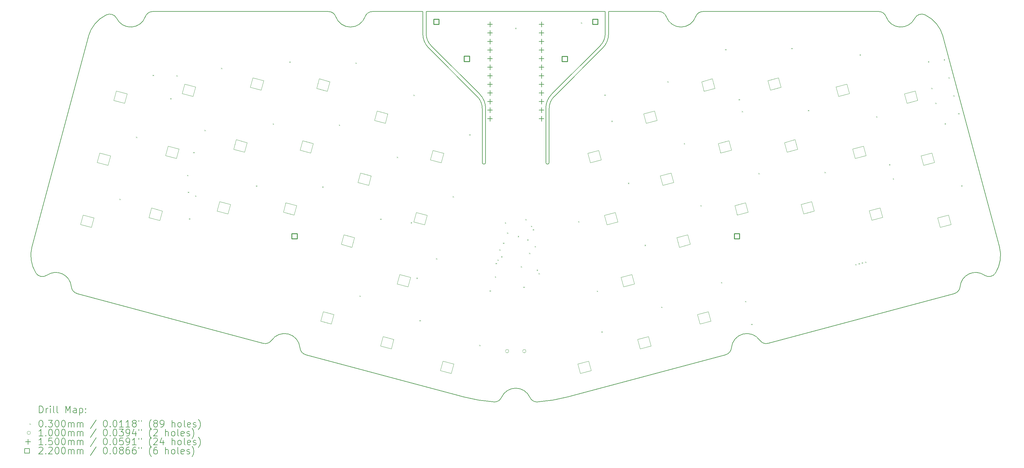
<source format=gbr>
%TF.GenerationSoftware,KiCad,Pcbnew,9.0.4*%
%TF.CreationDate,2025-08-24T16:14:35+03:00*%
%TF.ProjectId,MOKETA,4d4f4b45-5441-42e6-9b69-6361645f7063,rev?*%
%TF.SameCoordinates,Original*%
%TF.FileFunction,Drillmap*%
%TF.FilePolarity,Positive*%
%FSLAX45Y45*%
G04 Gerber Fmt 4.5, Leading zero omitted, Abs format (unit mm)*
G04 Created by KiCad (PCBNEW 9.0.4) date 2025-08-24 16:14:35*
%MOMM*%
%LPD*%
G01*
G04 APERTURE LIST*
%ADD10C,0.200000*%
%ADD11C,0.010000*%
%ADD12C,0.100000*%
%ADD13C,0.150000*%
%ADD14C,0.220000*%
G04 APERTURE END LIST*
D10*
X6454828Y-16995303D02*
G75*
G02*
X6127035Y-16927077I-131758J188523D01*
G01*
X32120271Y-9389920D02*
G75*
G02*
X32425879Y-9284378I206209J-101870D01*
G01*
X8213269Y-9284380D02*
G75*
G02*
X8518874Y-9389921I99391J-207430D01*
G01*
X17572138Y-9843931D02*
X17572138Y-9186512D01*
X27786964Y-19012953D02*
G75*
G02*
X27537815Y-18920970I-59535J222163D01*
G01*
X7679509Y-9927355D02*
G75*
G02*
X8213269Y-9284380I965921J-258815D01*
G01*
X23067008Y-9843930D02*
X23067008Y-9186512D01*
X21309571Y-13655920D02*
X21309573Y-12057001D01*
X33292672Y-17537703D02*
X27786964Y-19012953D01*
X33462364Y-17334474D02*
G75*
G02*
X33292674Y-17537709I-229204J18914D01*
G01*
X23067008Y-9843930D02*
G75*
G02*
X22891274Y-10268196I-600008J0D01*
G01*
X21209570Y-13655920D02*
X21209573Y-12055920D01*
X13101332Y-18920970D02*
G75*
G02*
X13939156Y-19145466I379228J-260350D01*
G01*
X26699985Y-19145466D02*
G75*
G02*
X26528599Y-19350129I-229336J17956D01*
G01*
X31057313Y-9186174D02*
X25858393Y-9186174D01*
X31057313Y-9186174D02*
G75*
G02*
X31274163Y-9339507I7J-229996D01*
G01*
X15864984Y-9339508D02*
G75*
G02*
X16081830Y-9186169I216856J-76672D01*
G01*
X26699985Y-19145466D02*
G75*
G02*
X27537809Y-18920974I458595J-35854D01*
G01*
X20319573Y-20340063D02*
G75*
G02*
X20739733Y-20612801I-3J-460007D01*
G01*
X19253837Y-11631657D02*
X17818584Y-10196405D01*
X25641546Y-9339508D02*
G75*
G02*
X25858393Y-9186178I216854J-76683D01*
G01*
X34625715Y-16145241D02*
G75*
G02*
X34512110Y-16927077I-965915J-258819D01*
G01*
X19899415Y-20612801D02*
G75*
G02*
X20319573Y-20340064I420155J-187259D01*
G01*
X32959637Y-9927355D02*
X34625715Y-16145241D01*
X20944035Y-20749098D02*
G75*
G02*
X20739728Y-20612803I5785J229948D01*
G01*
X17572138Y-9186512D02*
X16081830Y-9186174D01*
X23067008Y-9186512D02*
X24557313Y-9186174D01*
X19429569Y-13655921D02*
G75*
G02*
X19329571Y-13655921I-49999J1D01*
G01*
X34512110Y-16927076D02*
G75*
G02*
X34184322Y-16995297I-196030J120296D01*
G01*
X26528600Y-19350131D02*
X21900935Y-20590110D01*
X15864984Y-9339508D02*
G75*
G02*
X14997600Y-9339508I-433692J153333D01*
G01*
X21900935Y-20590110D02*
G75*
G02*
X20944035Y-20749098I-1294085J4829570D01*
G01*
X7346473Y-17537703D02*
X12852189Y-19012955D01*
X7346473Y-17537703D02*
G75*
G02*
X7176789Y-17334474I59537J222163D01*
G01*
X24557313Y-9186174D02*
G75*
G02*
X24774163Y-9339507I7J-229996D01*
G01*
X21385309Y-11631658D02*
X22820562Y-10196405D01*
X14108932Y-19349698D02*
G75*
G02*
X13939157Y-19145466I59518J222158D01*
G01*
X22967008Y-9842852D02*
G75*
G02*
X22820562Y-10196406I-500008J2D01*
G01*
X19183126Y-11703447D02*
G75*
G02*
X19329576Y-12057000I-353566J-353563D01*
G01*
X19183126Y-11703447D02*
X17747874Y-10268195D01*
X13101332Y-18920970D02*
G75*
G02*
X12852189Y-19012955I-189612J130170D01*
G01*
X14780754Y-9186174D02*
G75*
G02*
X14997600Y-9339508I-4J-230006D01*
G01*
X6454828Y-16995303D02*
G75*
G02*
X7176783Y-17334474I263515J-377043D01*
G01*
X19329573Y-12057000D02*
X19329569Y-13655921D01*
X17818584Y-10196405D02*
G75*
G02*
X17672140Y-9842851I353566J353555D01*
G01*
X22967008Y-9842852D02*
X22967008Y-9186512D01*
X21456020Y-11703447D02*
X22891272Y-10268194D01*
X19253837Y-11631657D02*
G75*
G02*
X19429572Y-12055921I-424287J-424273D01*
G01*
X9364984Y-9339508D02*
G75*
G02*
X8518875Y-9389920I-433692J153335D01*
G01*
X33462364Y-17334474D02*
G75*
G02*
X34184317Y-16995304I458436J-37866D01*
G01*
X14108932Y-19349698D02*
X18738212Y-20590110D01*
X32120271Y-9389920D02*
G75*
G02*
X31274155Y-9339510I-412421J203740D01*
G01*
X9364984Y-9339508D02*
G75*
G02*
X9581830Y-9186169I216856J-76672D01*
G01*
X21209573Y-12055922D02*
G75*
G02*
X21385311Y-11631659I599987J2D01*
G01*
X21309573Y-12057001D02*
G75*
G02*
X21456022Y-11703450I499987J1D01*
G01*
X32425878Y-9284381D02*
G75*
G02*
X32959638Y-9927355I-432148J-901780D01*
G01*
X7679509Y-9927355D02*
X6013432Y-16145239D01*
X19899415Y-20612801D02*
G75*
G02*
X19695111Y-20749100I-210075J93621D01*
G01*
X17672138Y-9842851D02*
X17672138Y-9186512D01*
X22967008Y-9186512D02*
X17672138Y-9186512D01*
X21309571Y-13655920D02*
G75*
G02*
X21209570Y-13655920I-50001J0D01*
G01*
X19695111Y-20749098D02*
G75*
G02*
X18738212Y-20590109I337219J4988728D01*
G01*
X19429569Y-13655921D02*
X19429572Y-12055921D01*
X6127036Y-16927076D02*
G75*
G02*
X6013435Y-16145239I852334J523016D01*
G01*
X17747874Y-10268195D02*
G75*
G02*
X17572134Y-9843931I424276J424275D01*
G01*
X25641546Y-9339508D02*
G75*
G02*
X24774162Y-9339508I-433692J153333D01*
G01*
X14780754Y-9186174D02*
X9581830Y-9186174D01*
D11*
X28657865Y-13260402D02*
X28339109Y-13345812D01*
X28264052Y-13065693D01*
X28582807Y-12980283D01*
X28657865Y-13260402D01*
X30185576Y-11613398D02*
X29866821Y-11698809D01*
X29791763Y-11418690D01*
X30110519Y-11333280D01*
X30185576Y-11613398D01*
X29149621Y-15095661D02*
X28830865Y-15181071D01*
X28755808Y-14900953D01*
X29074563Y-14815542D01*
X29149621Y-15095661D01*
X8824999Y-11625298D02*
X8749941Y-11905417D01*
X8431186Y-11820007D01*
X8506243Y-11539888D01*
X8824999Y-11625298D01*
X17696663Y-15220974D02*
X17621606Y-15501092D01*
X17302850Y-15415682D01*
X17377908Y-15135563D01*
X17696663Y-15220974D01*
X7841486Y-15295816D02*
X7766429Y-15575935D01*
X7447673Y-15490524D01*
X7522731Y-15210406D01*
X7841486Y-15295816D01*
X17204907Y-17056233D02*
X17129850Y-17336351D01*
X16811094Y-17250941D01*
X16886152Y-16970823D01*
X17204907Y-17056233D01*
X30676332Y-13448657D02*
X30357577Y-13534068D01*
X30282519Y-13253949D01*
X30601275Y-13168539D01*
X30676332Y-13448657D01*
X18484482Y-19621831D02*
X18409424Y-19901950D01*
X18090669Y-19816540D01*
X18165726Y-19536421D01*
X18484482Y-19621831D01*
X22548477Y-19816540D02*
X22229722Y-19901950D01*
X22154665Y-19621832D01*
X22473420Y-19536421D01*
X22548477Y-19816540D01*
X28167108Y-11424143D02*
X27848353Y-11509553D01*
X27773295Y-11229434D01*
X28092051Y-11144024D01*
X28167108Y-11424143D01*
X16713151Y-18891492D02*
X16638094Y-19171610D01*
X16319338Y-19086200D01*
X16394396Y-18806081D01*
X16713151Y-18891492D01*
X32206961Y-11819006D02*
X31888206Y-11904417D01*
X31813148Y-11624298D01*
X32131904Y-11538888D01*
X32206961Y-11819006D01*
X18188420Y-13385714D02*
X18113363Y-13665833D01*
X17794607Y-13580423D01*
X17869665Y-13300304D01*
X18188420Y-13385714D01*
X13839795Y-14932928D02*
X13764738Y-15213046D01*
X13445982Y-15127636D01*
X13521040Y-14847518D01*
X13839795Y-14932928D01*
X22844540Y-13580423D02*
X22525784Y-13665833D01*
X22450727Y-13385715D01*
X22769482Y-13300304D01*
X22844540Y-13580423D01*
X24497590Y-12408655D02*
X24178835Y-12494065D01*
X24103777Y-12213946D01*
X24422533Y-12128536D01*
X24497590Y-12408655D01*
X33189474Y-15490525D02*
X32870718Y-15575935D01*
X32795661Y-15295816D01*
X33114416Y-15210406D01*
X33189474Y-15490525D01*
X16043613Y-14049206D02*
X15968556Y-14329324D01*
X15649800Y-14243914D01*
X15724858Y-13963796D01*
X16043613Y-14049206D01*
X27191164Y-15127637D02*
X26872408Y-15213047D01*
X26797351Y-14932929D01*
X27116106Y-14847518D01*
X27191164Y-15127637D01*
X23828052Y-17250941D02*
X23509297Y-17336351D01*
X23434239Y-17056233D01*
X23752995Y-16970823D01*
X23828052Y-17250941D01*
X15551857Y-15884464D02*
X15476799Y-16164583D01*
X15158044Y-16079173D01*
X15233101Y-15799054D01*
X15551857Y-15884464D01*
X10355627Y-13253949D02*
X10280569Y-13534067D01*
X9961814Y-13448657D01*
X10036871Y-13168538D01*
X10355627Y-13253949D01*
X16535369Y-12213947D02*
X16460312Y-12494065D01*
X16141556Y-12408655D01*
X16216614Y-12128537D01*
X16535369Y-12213947D01*
X14331552Y-13097669D02*
X14256494Y-13377788D01*
X13937739Y-13292377D01*
X14012796Y-13012259D01*
X14331552Y-13097669D01*
X26700408Y-13291377D02*
X26381652Y-13376788D01*
X26306595Y-13096669D01*
X26625350Y-13011259D01*
X26700408Y-13291377D01*
X26209651Y-11457118D02*
X25890896Y-11542528D01*
X25815838Y-11262410D01*
X26134594Y-11177000D01*
X26209651Y-11457118D01*
X23335296Y-15414682D02*
X23016540Y-15500093D01*
X22941483Y-15219974D01*
X23260238Y-15134564D01*
X23335296Y-15414682D01*
X12373095Y-13065693D02*
X12298037Y-13345812D01*
X11979282Y-13260402D01*
X12054339Y-12980283D01*
X12373095Y-13065693D01*
X32699717Y-13655266D02*
X32380962Y-13740676D01*
X32305904Y-13460558D01*
X32624660Y-13375148D01*
X32699717Y-13655266D01*
X24318808Y-19087200D02*
X24000053Y-19172610D01*
X23924995Y-18892492D01*
X24243751Y-18807082D01*
X24318808Y-19087200D01*
X9863871Y-15089208D02*
X9788814Y-15369327D01*
X9470058Y-15283916D01*
X9545116Y-15003798D01*
X9863871Y-15089208D01*
X11881339Y-14900953D02*
X11806281Y-15181071D01*
X11487526Y-15095661D01*
X11562583Y-14815542D01*
X11881339Y-14900953D01*
X25479103Y-16079173D02*
X25160347Y-16164583D01*
X25085290Y-15884465D01*
X25404045Y-15799055D01*
X25479103Y-16079173D01*
X12864851Y-11230434D02*
X12789794Y-11510552D01*
X12471038Y-11425142D01*
X12546096Y-11145024D01*
X12864851Y-11230434D01*
X8333242Y-13460557D02*
X8258184Y-13740676D01*
X7939429Y-13655266D01*
X8014486Y-13375147D01*
X8333242Y-13460557D01*
X14941821Y-18161152D02*
X14866763Y-18441270D01*
X14548008Y-18355860D01*
X14623065Y-18075741D01*
X14941821Y-18161152D01*
X24987347Y-14243914D02*
X24668591Y-14329324D01*
X24593534Y-14049206D01*
X24912289Y-13963795D01*
X24987347Y-14243914D01*
X10847383Y-11418690D02*
X10772326Y-11698808D01*
X10453570Y-11613398D01*
X10528628Y-11333279D01*
X10847383Y-11418690D01*
X14823308Y-11262410D02*
X14748250Y-11542529D01*
X14429495Y-11457118D01*
X14504552Y-11177000D01*
X14823308Y-11262410D01*
X26089139Y-18355860D02*
X25770383Y-18441271D01*
X25695326Y-18161152D01*
X26014081Y-18075742D01*
X26089139Y-18355860D01*
X31168089Y-15282917D02*
X30849333Y-15368327D01*
X30774276Y-15088209D01*
X31093031Y-15002798D01*
X31168089Y-15282917D01*
D10*
D12*
X8600624Y-14730860D02*
X8630624Y-14760860D01*
X8630624Y-14730860D02*
X8600624Y-14760860D01*
X9092381Y-12895601D02*
X9122381Y-12925601D01*
X9122381Y-12895601D02*
X9092381Y-12925601D01*
X9584137Y-11060342D02*
X9614137Y-11090342D01*
X9614137Y-11060342D02*
X9584137Y-11090342D01*
X10103987Y-11749586D02*
X10133987Y-11779586D01*
X10133987Y-11749586D02*
X10103987Y-11779586D01*
X10285160Y-11073438D02*
X10315160Y-11103438D01*
X10315160Y-11073438D02*
X10285160Y-11103438D01*
X10603400Y-14022660D02*
X10633400Y-14052660D01*
X10633400Y-14022660D02*
X10603400Y-14052660D01*
X10623010Y-14524252D02*
X10653010Y-14554252D01*
X10653010Y-14524252D02*
X10623010Y-14554252D01*
X10659573Y-15311512D02*
X10689573Y-15341512D01*
X10689573Y-15311512D02*
X10659573Y-15341512D01*
X10784573Y-13346512D02*
X10814573Y-13376512D01*
X10814573Y-13346512D02*
X10784573Y-13376512D01*
X10840747Y-14635364D02*
X10870747Y-14665364D01*
X10870747Y-14635364D02*
X10840747Y-14665364D01*
X11114766Y-12688993D02*
X11144766Y-12718993D01*
X11144766Y-12688993D02*
X11114766Y-12718993D01*
X11606522Y-10853734D02*
X11636522Y-10883734D01*
X11636522Y-10853734D02*
X11606522Y-10883734D01*
X12640477Y-14335996D02*
X12670477Y-14365996D01*
X12670477Y-14335996D02*
X12640477Y-14365996D01*
X13132234Y-12500737D02*
X13162234Y-12530737D01*
X13162234Y-12500737D02*
X13132234Y-12530737D01*
X13623990Y-10665478D02*
X13653990Y-10695478D01*
X13653990Y-10665478D02*
X13623990Y-10695478D01*
X14598934Y-14367972D02*
X14628934Y-14397972D01*
X14628934Y-14367972D02*
X14598934Y-14397972D01*
X15090690Y-12532713D02*
X15120690Y-12562713D01*
X15120690Y-12532713D02*
X15090690Y-12562713D01*
X15582446Y-10697453D02*
X15612446Y-10727453D01*
X15612446Y-10697453D02*
X15582446Y-10727453D01*
X15700959Y-17596196D02*
X15730959Y-17626196D01*
X15730959Y-17596196D02*
X15700959Y-17626196D01*
X16310995Y-15319509D02*
X16340995Y-15349509D01*
X16340995Y-15319509D02*
X16310995Y-15349509D01*
X16802752Y-13484249D02*
X16832752Y-13514249D01*
X16832752Y-13484249D02*
X16802752Y-13514249D01*
X17213552Y-15424163D02*
X17243552Y-15454163D01*
X17243552Y-15424163D02*
X17213552Y-15454163D01*
X17294508Y-11648990D02*
X17324508Y-11678990D01*
X17324508Y-11648990D02*
X17294508Y-11678990D01*
X17383573Y-17069221D02*
X17413573Y-17099221D01*
X17413573Y-17069221D02*
X17383573Y-17099221D01*
X17472290Y-18326535D02*
X17502290Y-18356535D01*
X17502290Y-18326535D02*
X17472290Y-18356535D01*
X17964046Y-16491277D02*
X17994046Y-16521277D01*
X17994046Y-16491277D02*
X17964046Y-16521277D01*
X18455802Y-14656018D02*
X18485802Y-14686018D01*
X18485802Y-14656018D02*
X18455802Y-14686018D01*
X18947558Y-12820759D02*
X18977558Y-12850759D01*
X18977558Y-12820759D02*
X18947558Y-12850759D01*
X19243621Y-19056876D02*
X19273621Y-19086876D01*
X19273621Y-19056876D02*
X19243621Y-19086876D01*
X19545543Y-17445543D02*
X19575543Y-17475543D01*
X19575543Y-17445543D02*
X19545543Y-17475543D01*
X19704573Y-17031513D02*
X19734573Y-17061513D01*
X19734573Y-17031513D02*
X19704573Y-17061513D01*
X19723919Y-16631513D02*
X19753919Y-16661513D01*
X19753919Y-16631513D02*
X19723919Y-16661513D01*
X19778919Y-16531513D02*
X19808919Y-16561513D01*
X19808919Y-16531513D02*
X19778919Y-16561513D01*
X19833919Y-16231513D02*
X19863919Y-16261513D01*
X19863919Y-16231513D02*
X19833919Y-16261513D01*
X19890000Y-16431512D02*
X19920000Y-16461512D01*
X19920000Y-16431512D02*
X19890000Y-16461512D01*
X19945000Y-16031512D02*
X19975000Y-16061512D01*
X19975000Y-16031512D02*
X19945000Y-16061512D01*
X20000000Y-15431512D02*
X20030000Y-15461512D01*
X20030000Y-15431512D02*
X20000000Y-15461512D01*
X20065000Y-15731513D02*
X20095000Y-15761513D01*
X20095000Y-15731513D02*
X20065000Y-15761513D01*
X20305000Y-9670000D02*
X20335000Y-9700000D01*
X20335000Y-9670000D02*
X20305000Y-9700000D01*
X20380000Y-15831512D02*
X20410000Y-15861512D01*
X20410000Y-15831512D02*
X20380000Y-15861512D01*
X20470000Y-16731512D02*
X20500000Y-16761512D01*
X20500000Y-16731512D02*
X20470000Y-16761512D01*
X20545000Y-17335000D02*
X20575000Y-17365000D01*
X20575000Y-17335000D02*
X20545000Y-17365000D01*
X20604900Y-15331513D02*
X20634900Y-15361513D01*
X20634900Y-15331513D02*
X20604900Y-15361513D01*
X20659900Y-15931513D02*
X20689900Y-15961513D01*
X20689900Y-15931513D02*
X20659900Y-15961513D01*
X20715000Y-16331513D02*
X20745000Y-16361513D01*
X20745000Y-16331513D02*
X20715000Y-16361513D01*
X20770000Y-15531513D02*
X20800000Y-15561513D01*
X20800000Y-15531513D02*
X20770000Y-15561513D01*
X20825000Y-15631513D02*
X20855000Y-15661513D01*
X20855000Y-15631513D02*
X20825000Y-15661513D01*
X20880000Y-16131512D02*
X20910000Y-16161512D01*
X20910000Y-16131512D02*
X20880000Y-16161512D01*
X20940000Y-16831513D02*
X20970000Y-16861513D01*
X20970000Y-16831513D02*
X20940000Y-16861513D01*
X20995000Y-16931513D02*
X21025000Y-16961513D01*
X21025000Y-16931513D02*
X20995000Y-16961513D01*
X22165929Y-15394310D02*
X22195929Y-15424310D01*
X22195929Y-15394310D02*
X22165929Y-15424310D01*
X22249573Y-9506513D02*
X22279573Y-9536513D01*
X22279573Y-9506513D02*
X22249573Y-9536513D01*
X22717214Y-17451732D02*
X22747214Y-17481732D01*
X22747214Y-17451732D02*
X22717214Y-17481732D01*
X22853866Y-18658076D02*
X22883866Y-18688076D01*
X22883866Y-18658076D02*
X22853866Y-18688076D01*
X22942052Y-11643483D02*
X22972052Y-11673483D01*
X22972052Y-11643483D02*
X22942052Y-11673483D01*
X23149928Y-12421959D02*
X23179928Y-12451959D01*
X23179928Y-12421959D02*
X23149928Y-12451959D01*
X23640684Y-14256218D02*
X23670684Y-14286218D01*
X23670684Y-14256218D02*
X23640684Y-14286218D01*
X24133440Y-16092477D02*
X24163440Y-16122477D01*
X24163440Y-16092477D02*
X24133440Y-16122477D01*
X24624196Y-17928737D02*
X24654196Y-17958737D01*
X24654196Y-17928737D02*
X24624196Y-17958737D01*
X24802978Y-11250191D02*
X24832978Y-11280191D01*
X24832978Y-11250191D02*
X24802978Y-11280191D01*
X25292735Y-13085450D02*
X25322735Y-13115450D01*
X25322735Y-13085450D02*
X25292735Y-13115450D01*
X25784491Y-14920710D02*
X25814491Y-14950710D01*
X25814491Y-14920710D02*
X25784491Y-14950710D01*
X26394527Y-17197397D02*
X26424527Y-17227397D01*
X26424527Y-17197397D02*
X26394527Y-17227397D01*
X26515039Y-10298654D02*
X26545039Y-10328654D01*
X26545039Y-10298654D02*
X26515039Y-10328654D01*
X26911793Y-11782089D02*
X26941793Y-11812089D01*
X26941793Y-11782089D02*
X26911793Y-11812089D01*
X27005796Y-12132913D02*
X27035796Y-12162913D01*
X27035796Y-12132913D02*
X27005796Y-12162913D01*
X27102987Y-17758438D02*
X27132987Y-17788438D01*
X27132987Y-17758438D02*
X27102987Y-17788438D01*
X27284160Y-18434586D02*
X27314160Y-18464586D01*
X27314160Y-18434586D02*
X27284160Y-18464586D01*
X27496552Y-13969173D02*
X27526552Y-13999173D01*
X27526552Y-13969173D02*
X27496552Y-13999173D01*
X28472496Y-10265679D02*
X28502496Y-10295679D01*
X28502496Y-10265679D02*
X28472496Y-10295679D01*
X28963253Y-12101938D02*
X28993253Y-12131938D01*
X28993253Y-12101938D02*
X28963253Y-12131938D01*
X29455009Y-13937197D02*
X29485009Y-13967197D01*
X29485009Y-13937197D02*
X29455009Y-13967197D01*
X30362426Y-16665784D02*
X30392426Y-16695784D01*
X30392426Y-16665784D02*
X30362426Y-16695784D01*
X30459019Y-16639902D02*
X30489019Y-16669902D01*
X30489019Y-16639902D02*
X30459019Y-16669902D01*
X30490964Y-10454935D02*
X30520964Y-10484935D01*
X30520964Y-10454935D02*
X30490964Y-10484935D01*
X30555611Y-16614020D02*
X30585611Y-16644020D01*
X30585611Y-16614020D02*
X30555611Y-16644020D01*
X30654232Y-16595708D02*
X30684232Y-16625708D01*
X30684232Y-16595708D02*
X30654232Y-16625708D01*
X30981721Y-12290194D02*
X31011721Y-12320194D01*
X31011721Y-12290194D02*
X30981721Y-12320194D01*
X31362128Y-13708892D02*
X31392128Y-13738892D01*
X31392128Y-13708892D02*
X31362128Y-13738892D01*
X31473477Y-14124453D02*
X31503477Y-14154453D01*
X31503477Y-14124453D02*
X31473477Y-14154453D01*
X32512349Y-10660543D02*
X32542349Y-10690543D01*
X32542349Y-10660543D02*
X32512349Y-10690543D01*
X32610293Y-11445084D02*
X32640293Y-11475084D01*
X32640293Y-11445084D02*
X32610293Y-11475084D01*
X32728573Y-11886512D02*
X32758573Y-11916512D01*
X32758573Y-11886512D02*
X32728573Y-11916512D01*
X32978573Y-10601513D02*
X33008573Y-10631513D01*
X33008573Y-10601513D02*
X32978573Y-10631513D01*
X33005106Y-12496802D02*
X33035106Y-12526802D01*
X33035106Y-12496802D02*
X33005106Y-12526802D01*
X33120924Y-11132772D02*
X33150924Y-11162772D01*
X33150924Y-11132772D02*
X33120924Y-11162772D01*
X33263274Y-11664031D02*
X33293274Y-11694031D01*
X33293274Y-11664031D02*
X33263274Y-11694031D01*
X33405625Y-12195290D02*
X33435625Y-12225290D01*
X33435625Y-12195290D02*
X33405625Y-12225290D01*
X33494862Y-14332060D02*
X33524862Y-14362060D01*
X33524862Y-14332060D02*
X33494862Y-14362060D01*
X20115573Y-19245000D02*
G75*
G02*
X20015573Y-19245000I-50000J0D01*
G01*
X20015573Y-19245000D02*
G75*
G02*
X20115573Y-19245000I50000J0D01*
G01*
X20623573Y-19245000D02*
G75*
G02*
X20523573Y-19245000I-50000J0D01*
G01*
X20523573Y-19245000D02*
G75*
G02*
X20623573Y-19245000I50000J0D01*
G01*
D13*
X19558819Y-9490785D02*
X19558819Y-9640785D01*
X19483819Y-9565785D02*
X19633819Y-9565785D01*
X19558819Y-9744785D02*
X19558819Y-9894785D01*
X19483819Y-9819785D02*
X19633819Y-9819785D01*
X19558819Y-9998785D02*
X19558819Y-10148785D01*
X19483819Y-10073785D02*
X19633819Y-10073785D01*
X19558819Y-10252785D02*
X19558819Y-10402785D01*
X19483819Y-10327785D02*
X19633819Y-10327785D01*
X19558819Y-10506785D02*
X19558819Y-10656785D01*
X19483819Y-10581785D02*
X19633819Y-10581785D01*
X19558819Y-10760785D02*
X19558819Y-10910785D01*
X19483819Y-10835785D02*
X19633819Y-10835785D01*
X19558819Y-11014785D02*
X19558819Y-11164785D01*
X19483819Y-11089785D02*
X19633819Y-11089785D01*
X19558819Y-11268785D02*
X19558819Y-11418785D01*
X19483819Y-11343785D02*
X19633819Y-11343785D01*
X19558819Y-11522785D02*
X19558819Y-11672785D01*
X19483819Y-11597785D02*
X19633819Y-11597785D01*
X19558819Y-11776785D02*
X19558819Y-11926785D01*
X19483819Y-11851785D02*
X19633819Y-11851785D01*
X19558819Y-12030785D02*
X19558819Y-12180785D01*
X19483819Y-12105785D02*
X19633819Y-12105785D01*
X19558819Y-12284785D02*
X19558819Y-12434785D01*
X19483819Y-12359785D02*
X19633819Y-12359785D01*
X21082819Y-9490785D02*
X21082819Y-9640785D01*
X21007819Y-9565785D02*
X21157819Y-9565785D01*
X21082819Y-9744785D02*
X21082819Y-9894785D01*
X21007819Y-9819785D02*
X21157819Y-9819785D01*
X21082819Y-9998785D02*
X21082819Y-10148785D01*
X21007819Y-10073785D02*
X21157819Y-10073785D01*
X21082819Y-10252785D02*
X21082819Y-10402785D01*
X21007819Y-10327785D02*
X21157819Y-10327785D01*
X21082819Y-10506785D02*
X21082819Y-10656785D01*
X21007819Y-10581785D02*
X21157819Y-10581785D01*
X21082819Y-10760785D02*
X21082819Y-10910785D01*
X21007819Y-10835785D02*
X21157819Y-10835785D01*
X21082819Y-11014785D02*
X21082819Y-11164785D01*
X21007819Y-11089785D02*
X21157819Y-11089785D01*
X21082819Y-11268785D02*
X21082819Y-11418785D01*
X21007819Y-11343785D02*
X21157819Y-11343785D01*
X21082819Y-11522785D02*
X21082819Y-11672785D01*
X21007819Y-11597785D02*
X21157819Y-11597785D01*
X21082819Y-11776785D02*
X21082819Y-11926785D01*
X21007819Y-11851785D02*
X21157819Y-11851785D01*
X21082819Y-12030785D02*
X21082819Y-12180785D01*
X21007819Y-12105785D02*
X21157819Y-12105785D01*
X21082819Y-12284785D02*
X21082819Y-12434785D01*
X21007819Y-12359785D02*
X21157819Y-12359785D01*
D14*
X13852669Y-15915442D02*
X13852669Y-15759877D01*
X13697104Y-15759877D01*
X13697104Y-15915442D01*
X13852669Y-15915442D01*
X18049921Y-9564295D02*
X18049921Y-9408730D01*
X17894356Y-9408730D01*
X17894356Y-9564295D01*
X18049921Y-9564295D01*
X18949920Y-10662782D02*
X18949920Y-10507217D01*
X18794355Y-10507217D01*
X18794355Y-10662782D01*
X18949920Y-10662782D01*
X21844792Y-10665807D02*
X21844792Y-10510242D01*
X21689227Y-10510242D01*
X21689227Y-10665807D01*
X21844792Y-10665807D01*
X22744791Y-9564295D02*
X22744791Y-9408730D01*
X22589226Y-9408730D01*
X22589226Y-9564295D01*
X22744791Y-9564295D01*
X26940042Y-15915443D02*
X26940042Y-15759878D01*
X26784477Y-15759878D01*
X26784477Y-15915443D01*
X26940042Y-15915443D01*
D10*
X6230137Y-21070582D02*
X6230137Y-20870582D01*
X6230137Y-20870582D02*
X6277756Y-20870582D01*
X6277756Y-20870582D02*
X6306328Y-20880105D01*
X6306328Y-20880105D02*
X6325376Y-20899153D01*
X6325376Y-20899153D02*
X6334899Y-20918201D01*
X6334899Y-20918201D02*
X6344423Y-20956296D01*
X6344423Y-20956296D02*
X6344423Y-20984867D01*
X6344423Y-20984867D02*
X6334899Y-21022963D01*
X6334899Y-21022963D02*
X6325376Y-21042010D01*
X6325376Y-21042010D02*
X6306328Y-21061058D01*
X6306328Y-21061058D02*
X6277756Y-21070582D01*
X6277756Y-21070582D02*
X6230137Y-21070582D01*
X6430137Y-21070582D02*
X6430137Y-20937248D01*
X6430137Y-20975344D02*
X6439661Y-20956296D01*
X6439661Y-20956296D02*
X6449185Y-20946772D01*
X6449185Y-20946772D02*
X6468233Y-20937248D01*
X6468233Y-20937248D02*
X6487280Y-20937248D01*
X6553947Y-21070582D02*
X6553947Y-20937248D01*
X6553947Y-20870582D02*
X6544423Y-20880105D01*
X6544423Y-20880105D02*
X6553947Y-20889629D01*
X6553947Y-20889629D02*
X6563471Y-20880105D01*
X6563471Y-20880105D02*
X6553947Y-20870582D01*
X6553947Y-20870582D02*
X6553947Y-20889629D01*
X6677756Y-21070582D02*
X6658709Y-21061058D01*
X6658709Y-21061058D02*
X6649185Y-21042010D01*
X6649185Y-21042010D02*
X6649185Y-20870582D01*
X6782518Y-21070582D02*
X6763471Y-21061058D01*
X6763471Y-21061058D02*
X6753947Y-21042010D01*
X6753947Y-21042010D02*
X6753947Y-20870582D01*
X7011090Y-21070582D02*
X7011090Y-20870582D01*
X7011090Y-20870582D02*
X7077757Y-21013439D01*
X7077757Y-21013439D02*
X7144423Y-20870582D01*
X7144423Y-20870582D02*
X7144423Y-21070582D01*
X7325376Y-21070582D02*
X7325376Y-20965820D01*
X7325376Y-20965820D02*
X7315852Y-20946772D01*
X7315852Y-20946772D02*
X7296804Y-20937248D01*
X7296804Y-20937248D02*
X7258709Y-20937248D01*
X7258709Y-20937248D02*
X7239661Y-20946772D01*
X7325376Y-21061058D02*
X7306328Y-21070582D01*
X7306328Y-21070582D02*
X7258709Y-21070582D01*
X7258709Y-21070582D02*
X7239661Y-21061058D01*
X7239661Y-21061058D02*
X7230137Y-21042010D01*
X7230137Y-21042010D02*
X7230137Y-21022963D01*
X7230137Y-21022963D02*
X7239661Y-21003915D01*
X7239661Y-21003915D02*
X7258709Y-20994391D01*
X7258709Y-20994391D02*
X7306328Y-20994391D01*
X7306328Y-20994391D02*
X7325376Y-20984867D01*
X7420614Y-20937248D02*
X7420614Y-21137248D01*
X7420614Y-20946772D02*
X7439661Y-20937248D01*
X7439661Y-20937248D02*
X7477757Y-20937248D01*
X7477757Y-20937248D02*
X7496804Y-20946772D01*
X7496804Y-20946772D02*
X7506328Y-20956296D01*
X7506328Y-20956296D02*
X7515852Y-20975344D01*
X7515852Y-20975344D02*
X7515852Y-21032486D01*
X7515852Y-21032486D02*
X7506328Y-21051534D01*
X7506328Y-21051534D02*
X7496804Y-21061058D01*
X7496804Y-21061058D02*
X7477757Y-21070582D01*
X7477757Y-21070582D02*
X7439661Y-21070582D01*
X7439661Y-21070582D02*
X7420614Y-21061058D01*
X7601566Y-21051534D02*
X7611090Y-21061058D01*
X7611090Y-21061058D02*
X7601566Y-21070582D01*
X7601566Y-21070582D02*
X7592042Y-21061058D01*
X7592042Y-21061058D02*
X7601566Y-21051534D01*
X7601566Y-21051534D02*
X7601566Y-21070582D01*
X7601566Y-20946772D02*
X7611090Y-20956296D01*
X7611090Y-20956296D02*
X7601566Y-20965820D01*
X7601566Y-20965820D02*
X7592042Y-20956296D01*
X7592042Y-20956296D02*
X7601566Y-20946772D01*
X7601566Y-20946772D02*
X7601566Y-20965820D01*
D12*
X5939361Y-21384098D02*
X5969361Y-21414098D01*
X5969361Y-21384098D02*
X5939361Y-21414098D01*
D10*
X6268233Y-21290582D02*
X6287280Y-21290582D01*
X6287280Y-21290582D02*
X6306328Y-21300105D01*
X6306328Y-21300105D02*
X6315852Y-21309629D01*
X6315852Y-21309629D02*
X6325376Y-21328677D01*
X6325376Y-21328677D02*
X6334899Y-21366772D01*
X6334899Y-21366772D02*
X6334899Y-21414391D01*
X6334899Y-21414391D02*
X6325376Y-21452486D01*
X6325376Y-21452486D02*
X6315852Y-21471534D01*
X6315852Y-21471534D02*
X6306328Y-21481058D01*
X6306328Y-21481058D02*
X6287280Y-21490582D01*
X6287280Y-21490582D02*
X6268233Y-21490582D01*
X6268233Y-21490582D02*
X6249185Y-21481058D01*
X6249185Y-21481058D02*
X6239661Y-21471534D01*
X6239661Y-21471534D02*
X6230137Y-21452486D01*
X6230137Y-21452486D02*
X6220614Y-21414391D01*
X6220614Y-21414391D02*
X6220614Y-21366772D01*
X6220614Y-21366772D02*
X6230137Y-21328677D01*
X6230137Y-21328677D02*
X6239661Y-21309629D01*
X6239661Y-21309629D02*
X6249185Y-21300105D01*
X6249185Y-21300105D02*
X6268233Y-21290582D01*
X6420614Y-21471534D02*
X6430137Y-21481058D01*
X6430137Y-21481058D02*
X6420614Y-21490582D01*
X6420614Y-21490582D02*
X6411090Y-21481058D01*
X6411090Y-21481058D02*
X6420614Y-21471534D01*
X6420614Y-21471534D02*
X6420614Y-21490582D01*
X6496804Y-21290582D02*
X6620614Y-21290582D01*
X6620614Y-21290582D02*
X6553947Y-21366772D01*
X6553947Y-21366772D02*
X6582518Y-21366772D01*
X6582518Y-21366772D02*
X6601566Y-21376296D01*
X6601566Y-21376296D02*
X6611090Y-21385820D01*
X6611090Y-21385820D02*
X6620614Y-21404867D01*
X6620614Y-21404867D02*
X6620614Y-21452486D01*
X6620614Y-21452486D02*
X6611090Y-21471534D01*
X6611090Y-21471534D02*
X6601566Y-21481058D01*
X6601566Y-21481058D02*
X6582518Y-21490582D01*
X6582518Y-21490582D02*
X6525376Y-21490582D01*
X6525376Y-21490582D02*
X6506328Y-21481058D01*
X6506328Y-21481058D02*
X6496804Y-21471534D01*
X6744423Y-21290582D02*
X6763471Y-21290582D01*
X6763471Y-21290582D02*
X6782518Y-21300105D01*
X6782518Y-21300105D02*
X6792042Y-21309629D01*
X6792042Y-21309629D02*
X6801566Y-21328677D01*
X6801566Y-21328677D02*
X6811090Y-21366772D01*
X6811090Y-21366772D02*
X6811090Y-21414391D01*
X6811090Y-21414391D02*
X6801566Y-21452486D01*
X6801566Y-21452486D02*
X6792042Y-21471534D01*
X6792042Y-21471534D02*
X6782518Y-21481058D01*
X6782518Y-21481058D02*
X6763471Y-21490582D01*
X6763471Y-21490582D02*
X6744423Y-21490582D01*
X6744423Y-21490582D02*
X6725376Y-21481058D01*
X6725376Y-21481058D02*
X6715852Y-21471534D01*
X6715852Y-21471534D02*
X6706328Y-21452486D01*
X6706328Y-21452486D02*
X6696804Y-21414391D01*
X6696804Y-21414391D02*
X6696804Y-21366772D01*
X6696804Y-21366772D02*
X6706328Y-21328677D01*
X6706328Y-21328677D02*
X6715852Y-21309629D01*
X6715852Y-21309629D02*
X6725376Y-21300105D01*
X6725376Y-21300105D02*
X6744423Y-21290582D01*
X6934899Y-21290582D02*
X6953947Y-21290582D01*
X6953947Y-21290582D02*
X6972995Y-21300105D01*
X6972995Y-21300105D02*
X6982518Y-21309629D01*
X6982518Y-21309629D02*
X6992042Y-21328677D01*
X6992042Y-21328677D02*
X7001566Y-21366772D01*
X7001566Y-21366772D02*
X7001566Y-21414391D01*
X7001566Y-21414391D02*
X6992042Y-21452486D01*
X6992042Y-21452486D02*
X6982518Y-21471534D01*
X6982518Y-21471534D02*
X6972995Y-21481058D01*
X6972995Y-21481058D02*
X6953947Y-21490582D01*
X6953947Y-21490582D02*
X6934899Y-21490582D01*
X6934899Y-21490582D02*
X6915852Y-21481058D01*
X6915852Y-21481058D02*
X6906328Y-21471534D01*
X6906328Y-21471534D02*
X6896804Y-21452486D01*
X6896804Y-21452486D02*
X6887280Y-21414391D01*
X6887280Y-21414391D02*
X6887280Y-21366772D01*
X6887280Y-21366772D02*
X6896804Y-21328677D01*
X6896804Y-21328677D02*
X6906328Y-21309629D01*
X6906328Y-21309629D02*
X6915852Y-21300105D01*
X6915852Y-21300105D02*
X6934899Y-21290582D01*
X7087280Y-21490582D02*
X7087280Y-21357248D01*
X7087280Y-21376296D02*
X7096804Y-21366772D01*
X7096804Y-21366772D02*
X7115852Y-21357248D01*
X7115852Y-21357248D02*
X7144423Y-21357248D01*
X7144423Y-21357248D02*
X7163471Y-21366772D01*
X7163471Y-21366772D02*
X7172995Y-21385820D01*
X7172995Y-21385820D02*
X7172995Y-21490582D01*
X7172995Y-21385820D02*
X7182518Y-21366772D01*
X7182518Y-21366772D02*
X7201566Y-21357248D01*
X7201566Y-21357248D02*
X7230137Y-21357248D01*
X7230137Y-21357248D02*
X7249185Y-21366772D01*
X7249185Y-21366772D02*
X7258709Y-21385820D01*
X7258709Y-21385820D02*
X7258709Y-21490582D01*
X7353947Y-21490582D02*
X7353947Y-21357248D01*
X7353947Y-21376296D02*
X7363471Y-21366772D01*
X7363471Y-21366772D02*
X7382518Y-21357248D01*
X7382518Y-21357248D02*
X7411090Y-21357248D01*
X7411090Y-21357248D02*
X7430138Y-21366772D01*
X7430138Y-21366772D02*
X7439661Y-21385820D01*
X7439661Y-21385820D02*
X7439661Y-21490582D01*
X7439661Y-21385820D02*
X7449185Y-21366772D01*
X7449185Y-21366772D02*
X7468233Y-21357248D01*
X7468233Y-21357248D02*
X7496804Y-21357248D01*
X7496804Y-21357248D02*
X7515852Y-21366772D01*
X7515852Y-21366772D02*
X7525376Y-21385820D01*
X7525376Y-21385820D02*
X7525376Y-21490582D01*
X7915852Y-21281058D02*
X7744423Y-21538201D01*
X8172995Y-21290582D02*
X8192042Y-21290582D01*
X8192042Y-21290582D02*
X8211090Y-21300105D01*
X8211090Y-21300105D02*
X8220614Y-21309629D01*
X8220614Y-21309629D02*
X8230138Y-21328677D01*
X8230138Y-21328677D02*
X8239661Y-21366772D01*
X8239661Y-21366772D02*
X8239661Y-21414391D01*
X8239661Y-21414391D02*
X8230138Y-21452486D01*
X8230138Y-21452486D02*
X8220614Y-21471534D01*
X8220614Y-21471534D02*
X8211090Y-21481058D01*
X8211090Y-21481058D02*
X8192042Y-21490582D01*
X8192042Y-21490582D02*
X8172995Y-21490582D01*
X8172995Y-21490582D02*
X8153947Y-21481058D01*
X8153947Y-21481058D02*
X8144423Y-21471534D01*
X8144423Y-21471534D02*
X8134900Y-21452486D01*
X8134900Y-21452486D02*
X8125376Y-21414391D01*
X8125376Y-21414391D02*
X8125376Y-21366772D01*
X8125376Y-21366772D02*
X8134900Y-21328677D01*
X8134900Y-21328677D02*
X8144423Y-21309629D01*
X8144423Y-21309629D02*
X8153947Y-21300105D01*
X8153947Y-21300105D02*
X8172995Y-21290582D01*
X8325376Y-21471534D02*
X8334900Y-21481058D01*
X8334900Y-21481058D02*
X8325376Y-21490582D01*
X8325376Y-21490582D02*
X8315852Y-21481058D01*
X8315852Y-21481058D02*
X8325376Y-21471534D01*
X8325376Y-21471534D02*
X8325376Y-21490582D01*
X8458709Y-21290582D02*
X8477757Y-21290582D01*
X8477757Y-21290582D02*
X8496804Y-21300105D01*
X8496804Y-21300105D02*
X8506328Y-21309629D01*
X8506328Y-21309629D02*
X8515852Y-21328677D01*
X8515852Y-21328677D02*
X8525376Y-21366772D01*
X8525376Y-21366772D02*
X8525376Y-21414391D01*
X8525376Y-21414391D02*
X8515852Y-21452486D01*
X8515852Y-21452486D02*
X8506328Y-21471534D01*
X8506328Y-21471534D02*
X8496804Y-21481058D01*
X8496804Y-21481058D02*
X8477757Y-21490582D01*
X8477757Y-21490582D02*
X8458709Y-21490582D01*
X8458709Y-21490582D02*
X8439662Y-21481058D01*
X8439662Y-21481058D02*
X8430138Y-21471534D01*
X8430138Y-21471534D02*
X8420614Y-21452486D01*
X8420614Y-21452486D02*
X8411090Y-21414391D01*
X8411090Y-21414391D02*
X8411090Y-21366772D01*
X8411090Y-21366772D02*
X8420614Y-21328677D01*
X8420614Y-21328677D02*
X8430138Y-21309629D01*
X8430138Y-21309629D02*
X8439662Y-21300105D01*
X8439662Y-21300105D02*
X8458709Y-21290582D01*
X8715852Y-21490582D02*
X8601566Y-21490582D01*
X8658709Y-21490582D02*
X8658709Y-21290582D01*
X8658709Y-21290582D02*
X8639662Y-21319153D01*
X8639662Y-21319153D02*
X8620614Y-21338201D01*
X8620614Y-21338201D02*
X8601566Y-21347724D01*
X8906328Y-21490582D02*
X8792043Y-21490582D01*
X8849185Y-21490582D02*
X8849185Y-21290582D01*
X8849185Y-21290582D02*
X8830138Y-21319153D01*
X8830138Y-21319153D02*
X8811090Y-21338201D01*
X8811090Y-21338201D02*
X8792043Y-21347724D01*
X9020614Y-21376296D02*
X9001566Y-21366772D01*
X9001566Y-21366772D02*
X8992043Y-21357248D01*
X8992043Y-21357248D02*
X8982519Y-21338201D01*
X8982519Y-21338201D02*
X8982519Y-21328677D01*
X8982519Y-21328677D02*
X8992043Y-21309629D01*
X8992043Y-21309629D02*
X9001566Y-21300105D01*
X9001566Y-21300105D02*
X9020614Y-21290582D01*
X9020614Y-21290582D02*
X9058709Y-21290582D01*
X9058709Y-21290582D02*
X9077757Y-21300105D01*
X9077757Y-21300105D02*
X9087281Y-21309629D01*
X9087281Y-21309629D02*
X9096804Y-21328677D01*
X9096804Y-21328677D02*
X9096804Y-21338201D01*
X9096804Y-21338201D02*
X9087281Y-21357248D01*
X9087281Y-21357248D02*
X9077757Y-21366772D01*
X9077757Y-21366772D02*
X9058709Y-21376296D01*
X9058709Y-21376296D02*
X9020614Y-21376296D01*
X9020614Y-21376296D02*
X9001566Y-21385820D01*
X9001566Y-21385820D02*
X8992043Y-21395344D01*
X8992043Y-21395344D02*
X8982519Y-21414391D01*
X8982519Y-21414391D02*
X8982519Y-21452486D01*
X8982519Y-21452486D02*
X8992043Y-21471534D01*
X8992043Y-21471534D02*
X9001566Y-21481058D01*
X9001566Y-21481058D02*
X9020614Y-21490582D01*
X9020614Y-21490582D02*
X9058709Y-21490582D01*
X9058709Y-21490582D02*
X9077757Y-21481058D01*
X9077757Y-21481058D02*
X9087281Y-21471534D01*
X9087281Y-21471534D02*
X9096804Y-21452486D01*
X9096804Y-21452486D02*
X9096804Y-21414391D01*
X9096804Y-21414391D02*
X9087281Y-21395344D01*
X9087281Y-21395344D02*
X9077757Y-21385820D01*
X9077757Y-21385820D02*
X9058709Y-21376296D01*
X9172995Y-21290582D02*
X9172995Y-21328677D01*
X9249185Y-21290582D02*
X9249185Y-21328677D01*
X9544424Y-21566772D02*
X9534900Y-21557248D01*
X9534900Y-21557248D02*
X9515852Y-21528677D01*
X9515852Y-21528677D02*
X9506328Y-21509629D01*
X9506328Y-21509629D02*
X9496805Y-21481058D01*
X9496805Y-21481058D02*
X9487281Y-21433439D01*
X9487281Y-21433439D02*
X9487281Y-21395344D01*
X9487281Y-21395344D02*
X9496805Y-21347724D01*
X9496805Y-21347724D02*
X9506328Y-21319153D01*
X9506328Y-21319153D02*
X9515852Y-21300105D01*
X9515852Y-21300105D02*
X9534900Y-21271534D01*
X9534900Y-21271534D02*
X9544424Y-21262010D01*
X9649185Y-21376296D02*
X9630138Y-21366772D01*
X9630138Y-21366772D02*
X9620614Y-21357248D01*
X9620614Y-21357248D02*
X9611090Y-21338201D01*
X9611090Y-21338201D02*
X9611090Y-21328677D01*
X9611090Y-21328677D02*
X9620614Y-21309629D01*
X9620614Y-21309629D02*
X9630138Y-21300105D01*
X9630138Y-21300105D02*
X9649185Y-21290582D01*
X9649185Y-21290582D02*
X9687281Y-21290582D01*
X9687281Y-21290582D02*
X9706328Y-21300105D01*
X9706328Y-21300105D02*
X9715852Y-21309629D01*
X9715852Y-21309629D02*
X9725376Y-21328677D01*
X9725376Y-21328677D02*
X9725376Y-21338201D01*
X9725376Y-21338201D02*
X9715852Y-21357248D01*
X9715852Y-21357248D02*
X9706328Y-21366772D01*
X9706328Y-21366772D02*
X9687281Y-21376296D01*
X9687281Y-21376296D02*
X9649185Y-21376296D01*
X9649185Y-21376296D02*
X9630138Y-21385820D01*
X9630138Y-21385820D02*
X9620614Y-21395344D01*
X9620614Y-21395344D02*
X9611090Y-21414391D01*
X9611090Y-21414391D02*
X9611090Y-21452486D01*
X9611090Y-21452486D02*
X9620614Y-21471534D01*
X9620614Y-21471534D02*
X9630138Y-21481058D01*
X9630138Y-21481058D02*
X9649185Y-21490582D01*
X9649185Y-21490582D02*
X9687281Y-21490582D01*
X9687281Y-21490582D02*
X9706328Y-21481058D01*
X9706328Y-21481058D02*
X9715852Y-21471534D01*
X9715852Y-21471534D02*
X9725376Y-21452486D01*
X9725376Y-21452486D02*
X9725376Y-21414391D01*
X9725376Y-21414391D02*
X9715852Y-21395344D01*
X9715852Y-21395344D02*
X9706328Y-21385820D01*
X9706328Y-21385820D02*
X9687281Y-21376296D01*
X9820614Y-21490582D02*
X9858709Y-21490582D01*
X9858709Y-21490582D02*
X9877757Y-21481058D01*
X9877757Y-21481058D02*
X9887281Y-21471534D01*
X9887281Y-21471534D02*
X9906328Y-21442963D01*
X9906328Y-21442963D02*
X9915852Y-21404867D01*
X9915852Y-21404867D02*
X9915852Y-21328677D01*
X9915852Y-21328677D02*
X9906328Y-21309629D01*
X9906328Y-21309629D02*
X9896805Y-21300105D01*
X9896805Y-21300105D02*
X9877757Y-21290582D01*
X9877757Y-21290582D02*
X9839662Y-21290582D01*
X9839662Y-21290582D02*
X9820614Y-21300105D01*
X9820614Y-21300105D02*
X9811090Y-21309629D01*
X9811090Y-21309629D02*
X9801566Y-21328677D01*
X9801566Y-21328677D02*
X9801566Y-21376296D01*
X9801566Y-21376296D02*
X9811090Y-21395344D01*
X9811090Y-21395344D02*
X9820614Y-21404867D01*
X9820614Y-21404867D02*
X9839662Y-21414391D01*
X9839662Y-21414391D02*
X9877757Y-21414391D01*
X9877757Y-21414391D02*
X9896805Y-21404867D01*
X9896805Y-21404867D02*
X9906328Y-21395344D01*
X9906328Y-21395344D02*
X9915852Y-21376296D01*
X10153947Y-21490582D02*
X10153947Y-21290582D01*
X10239662Y-21490582D02*
X10239662Y-21385820D01*
X10239662Y-21385820D02*
X10230138Y-21366772D01*
X10230138Y-21366772D02*
X10211090Y-21357248D01*
X10211090Y-21357248D02*
X10182519Y-21357248D01*
X10182519Y-21357248D02*
X10163471Y-21366772D01*
X10163471Y-21366772D02*
X10153947Y-21376296D01*
X10363471Y-21490582D02*
X10344424Y-21481058D01*
X10344424Y-21481058D02*
X10334900Y-21471534D01*
X10334900Y-21471534D02*
X10325376Y-21452486D01*
X10325376Y-21452486D02*
X10325376Y-21395344D01*
X10325376Y-21395344D02*
X10334900Y-21376296D01*
X10334900Y-21376296D02*
X10344424Y-21366772D01*
X10344424Y-21366772D02*
X10363471Y-21357248D01*
X10363471Y-21357248D02*
X10392043Y-21357248D01*
X10392043Y-21357248D02*
X10411090Y-21366772D01*
X10411090Y-21366772D02*
X10420614Y-21376296D01*
X10420614Y-21376296D02*
X10430138Y-21395344D01*
X10430138Y-21395344D02*
X10430138Y-21452486D01*
X10430138Y-21452486D02*
X10420614Y-21471534D01*
X10420614Y-21471534D02*
X10411090Y-21481058D01*
X10411090Y-21481058D02*
X10392043Y-21490582D01*
X10392043Y-21490582D02*
X10363471Y-21490582D01*
X10544424Y-21490582D02*
X10525376Y-21481058D01*
X10525376Y-21481058D02*
X10515852Y-21462010D01*
X10515852Y-21462010D02*
X10515852Y-21290582D01*
X10696805Y-21481058D02*
X10677757Y-21490582D01*
X10677757Y-21490582D02*
X10639662Y-21490582D01*
X10639662Y-21490582D02*
X10620614Y-21481058D01*
X10620614Y-21481058D02*
X10611090Y-21462010D01*
X10611090Y-21462010D02*
X10611090Y-21385820D01*
X10611090Y-21385820D02*
X10620614Y-21366772D01*
X10620614Y-21366772D02*
X10639662Y-21357248D01*
X10639662Y-21357248D02*
X10677757Y-21357248D01*
X10677757Y-21357248D02*
X10696805Y-21366772D01*
X10696805Y-21366772D02*
X10706328Y-21385820D01*
X10706328Y-21385820D02*
X10706328Y-21404867D01*
X10706328Y-21404867D02*
X10611090Y-21423915D01*
X10782519Y-21481058D02*
X10801567Y-21490582D01*
X10801567Y-21490582D02*
X10839662Y-21490582D01*
X10839662Y-21490582D02*
X10858709Y-21481058D01*
X10858709Y-21481058D02*
X10868233Y-21462010D01*
X10868233Y-21462010D02*
X10868233Y-21452486D01*
X10868233Y-21452486D02*
X10858709Y-21433439D01*
X10858709Y-21433439D02*
X10839662Y-21423915D01*
X10839662Y-21423915D02*
X10811090Y-21423915D01*
X10811090Y-21423915D02*
X10792043Y-21414391D01*
X10792043Y-21414391D02*
X10782519Y-21395344D01*
X10782519Y-21395344D02*
X10782519Y-21385820D01*
X10782519Y-21385820D02*
X10792043Y-21366772D01*
X10792043Y-21366772D02*
X10811090Y-21357248D01*
X10811090Y-21357248D02*
X10839662Y-21357248D01*
X10839662Y-21357248D02*
X10858709Y-21366772D01*
X10934900Y-21566772D02*
X10944424Y-21557248D01*
X10944424Y-21557248D02*
X10963471Y-21528677D01*
X10963471Y-21528677D02*
X10972995Y-21509629D01*
X10972995Y-21509629D02*
X10982519Y-21481058D01*
X10982519Y-21481058D02*
X10992043Y-21433439D01*
X10992043Y-21433439D02*
X10992043Y-21395344D01*
X10992043Y-21395344D02*
X10982519Y-21347724D01*
X10982519Y-21347724D02*
X10972995Y-21319153D01*
X10972995Y-21319153D02*
X10963471Y-21300105D01*
X10963471Y-21300105D02*
X10944424Y-21271534D01*
X10944424Y-21271534D02*
X10934900Y-21262010D01*
D12*
X5969361Y-21663098D02*
G75*
G02*
X5869361Y-21663098I-50000J0D01*
G01*
X5869361Y-21663098D02*
G75*
G02*
X5969361Y-21663098I50000J0D01*
G01*
D10*
X6334899Y-21754582D02*
X6220614Y-21754582D01*
X6277756Y-21754582D02*
X6277756Y-21554582D01*
X6277756Y-21554582D02*
X6258709Y-21583153D01*
X6258709Y-21583153D02*
X6239661Y-21602201D01*
X6239661Y-21602201D02*
X6220614Y-21611724D01*
X6420614Y-21735534D02*
X6430137Y-21745058D01*
X6430137Y-21745058D02*
X6420614Y-21754582D01*
X6420614Y-21754582D02*
X6411090Y-21745058D01*
X6411090Y-21745058D02*
X6420614Y-21735534D01*
X6420614Y-21735534D02*
X6420614Y-21754582D01*
X6553947Y-21554582D02*
X6572995Y-21554582D01*
X6572995Y-21554582D02*
X6592042Y-21564105D01*
X6592042Y-21564105D02*
X6601566Y-21573629D01*
X6601566Y-21573629D02*
X6611090Y-21592677D01*
X6611090Y-21592677D02*
X6620614Y-21630772D01*
X6620614Y-21630772D02*
X6620614Y-21678391D01*
X6620614Y-21678391D02*
X6611090Y-21716486D01*
X6611090Y-21716486D02*
X6601566Y-21735534D01*
X6601566Y-21735534D02*
X6592042Y-21745058D01*
X6592042Y-21745058D02*
X6572995Y-21754582D01*
X6572995Y-21754582D02*
X6553947Y-21754582D01*
X6553947Y-21754582D02*
X6534899Y-21745058D01*
X6534899Y-21745058D02*
X6525376Y-21735534D01*
X6525376Y-21735534D02*
X6515852Y-21716486D01*
X6515852Y-21716486D02*
X6506328Y-21678391D01*
X6506328Y-21678391D02*
X6506328Y-21630772D01*
X6506328Y-21630772D02*
X6515852Y-21592677D01*
X6515852Y-21592677D02*
X6525376Y-21573629D01*
X6525376Y-21573629D02*
X6534899Y-21564105D01*
X6534899Y-21564105D02*
X6553947Y-21554582D01*
X6744423Y-21554582D02*
X6763471Y-21554582D01*
X6763471Y-21554582D02*
X6782518Y-21564105D01*
X6782518Y-21564105D02*
X6792042Y-21573629D01*
X6792042Y-21573629D02*
X6801566Y-21592677D01*
X6801566Y-21592677D02*
X6811090Y-21630772D01*
X6811090Y-21630772D02*
X6811090Y-21678391D01*
X6811090Y-21678391D02*
X6801566Y-21716486D01*
X6801566Y-21716486D02*
X6792042Y-21735534D01*
X6792042Y-21735534D02*
X6782518Y-21745058D01*
X6782518Y-21745058D02*
X6763471Y-21754582D01*
X6763471Y-21754582D02*
X6744423Y-21754582D01*
X6744423Y-21754582D02*
X6725376Y-21745058D01*
X6725376Y-21745058D02*
X6715852Y-21735534D01*
X6715852Y-21735534D02*
X6706328Y-21716486D01*
X6706328Y-21716486D02*
X6696804Y-21678391D01*
X6696804Y-21678391D02*
X6696804Y-21630772D01*
X6696804Y-21630772D02*
X6706328Y-21592677D01*
X6706328Y-21592677D02*
X6715852Y-21573629D01*
X6715852Y-21573629D02*
X6725376Y-21564105D01*
X6725376Y-21564105D02*
X6744423Y-21554582D01*
X6934899Y-21554582D02*
X6953947Y-21554582D01*
X6953947Y-21554582D02*
X6972995Y-21564105D01*
X6972995Y-21564105D02*
X6982518Y-21573629D01*
X6982518Y-21573629D02*
X6992042Y-21592677D01*
X6992042Y-21592677D02*
X7001566Y-21630772D01*
X7001566Y-21630772D02*
X7001566Y-21678391D01*
X7001566Y-21678391D02*
X6992042Y-21716486D01*
X6992042Y-21716486D02*
X6982518Y-21735534D01*
X6982518Y-21735534D02*
X6972995Y-21745058D01*
X6972995Y-21745058D02*
X6953947Y-21754582D01*
X6953947Y-21754582D02*
X6934899Y-21754582D01*
X6934899Y-21754582D02*
X6915852Y-21745058D01*
X6915852Y-21745058D02*
X6906328Y-21735534D01*
X6906328Y-21735534D02*
X6896804Y-21716486D01*
X6896804Y-21716486D02*
X6887280Y-21678391D01*
X6887280Y-21678391D02*
X6887280Y-21630772D01*
X6887280Y-21630772D02*
X6896804Y-21592677D01*
X6896804Y-21592677D02*
X6906328Y-21573629D01*
X6906328Y-21573629D02*
X6915852Y-21564105D01*
X6915852Y-21564105D02*
X6934899Y-21554582D01*
X7087280Y-21754582D02*
X7087280Y-21621248D01*
X7087280Y-21640296D02*
X7096804Y-21630772D01*
X7096804Y-21630772D02*
X7115852Y-21621248D01*
X7115852Y-21621248D02*
X7144423Y-21621248D01*
X7144423Y-21621248D02*
X7163471Y-21630772D01*
X7163471Y-21630772D02*
X7172995Y-21649820D01*
X7172995Y-21649820D02*
X7172995Y-21754582D01*
X7172995Y-21649820D02*
X7182518Y-21630772D01*
X7182518Y-21630772D02*
X7201566Y-21621248D01*
X7201566Y-21621248D02*
X7230137Y-21621248D01*
X7230137Y-21621248D02*
X7249185Y-21630772D01*
X7249185Y-21630772D02*
X7258709Y-21649820D01*
X7258709Y-21649820D02*
X7258709Y-21754582D01*
X7353947Y-21754582D02*
X7353947Y-21621248D01*
X7353947Y-21640296D02*
X7363471Y-21630772D01*
X7363471Y-21630772D02*
X7382518Y-21621248D01*
X7382518Y-21621248D02*
X7411090Y-21621248D01*
X7411090Y-21621248D02*
X7430138Y-21630772D01*
X7430138Y-21630772D02*
X7439661Y-21649820D01*
X7439661Y-21649820D02*
X7439661Y-21754582D01*
X7439661Y-21649820D02*
X7449185Y-21630772D01*
X7449185Y-21630772D02*
X7468233Y-21621248D01*
X7468233Y-21621248D02*
X7496804Y-21621248D01*
X7496804Y-21621248D02*
X7515852Y-21630772D01*
X7515852Y-21630772D02*
X7525376Y-21649820D01*
X7525376Y-21649820D02*
X7525376Y-21754582D01*
X7915852Y-21545058D02*
X7744423Y-21802201D01*
X8172995Y-21554582D02*
X8192042Y-21554582D01*
X8192042Y-21554582D02*
X8211090Y-21564105D01*
X8211090Y-21564105D02*
X8220614Y-21573629D01*
X8220614Y-21573629D02*
X8230138Y-21592677D01*
X8230138Y-21592677D02*
X8239661Y-21630772D01*
X8239661Y-21630772D02*
X8239661Y-21678391D01*
X8239661Y-21678391D02*
X8230138Y-21716486D01*
X8230138Y-21716486D02*
X8220614Y-21735534D01*
X8220614Y-21735534D02*
X8211090Y-21745058D01*
X8211090Y-21745058D02*
X8192042Y-21754582D01*
X8192042Y-21754582D02*
X8172995Y-21754582D01*
X8172995Y-21754582D02*
X8153947Y-21745058D01*
X8153947Y-21745058D02*
X8144423Y-21735534D01*
X8144423Y-21735534D02*
X8134900Y-21716486D01*
X8134900Y-21716486D02*
X8125376Y-21678391D01*
X8125376Y-21678391D02*
X8125376Y-21630772D01*
X8125376Y-21630772D02*
X8134900Y-21592677D01*
X8134900Y-21592677D02*
X8144423Y-21573629D01*
X8144423Y-21573629D02*
X8153947Y-21564105D01*
X8153947Y-21564105D02*
X8172995Y-21554582D01*
X8325376Y-21735534D02*
X8334900Y-21745058D01*
X8334900Y-21745058D02*
X8325376Y-21754582D01*
X8325376Y-21754582D02*
X8315852Y-21745058D01*
X8315852Y-21745058D02*
X8325376Y-21735534D01*
X8325376Y-21735534D02*
X8325376Y-21754582D01*
X8458709Y-21554582D02*
X8477757Y-21554582D01*
X8477757Y-21554582D02*
X8496804Y-21564105D01*
X8496804Y-21564105D02*
X8506328Y-21573629D01*
X8506328Y-21573629D02*
X8515852Y-21592677D01*
X8515852Y-21592677D02*
X8525376Y-21630772D01*
X8525376Y-21630772D02*
X8525376Y-21678391D01*
X8525376Y-21678391D02*
X8515852Y-21716486D01*
X8515852Y-21716486D02*
X8506328Y-21735534D01*
X8506328Y-21735534D02*
X8496804Y-21745058D01*
X8496804Y-21745058D02*
X8477757Y-21754582D01*
X8477757Y-21754582D02*
X8458709Y-21754582D01*
X8458709Y-21754582D02*
X8439662Y-21745058D01*
X8439662Y-21745058D02*
X8430138Y-21735534D01*
X8430138Y-21735534D02*
X8420614Y-21716486D01*
X8420614Y-21716486D02*
X8411090Y-21678391D01*
X8411090Y-21678391D02*
X8411090Y-21630772D01*
X8411090Y-21630772D02*
X8420614Y-21592677D01*
X8420614Y-21592677D02*
X8430138Y-21573629D01*
X8430138Y-21573629D02*
X8439662Y-21564105D01*
X8439662Y-21564105D02*
X8458709Y-21554582D01*
X8592043Y-21554582D02*
X8715852Y-21554582D01*
X8715852Y-21554582D02*
X8649185Y-21630772D01*
X8649185Y-21630772D02*
X8677757Y-21630772D01*
X8677757Y-21630772D02*
X8696804Y-21640296D01*
X8696804Y-21640296D02*
X8706328Y-21649820D01*
X8706328Y-21649820D02*
X8715852Y-21668867D01*
X8715852Y-21668867D02*
X8715852Y-21716486D01*
X8715852Y-21716486D02*
X8706328Y-21735534D01*
X8706328Y-21735534D02*
X8696804Y-21745058D01*
X8696804Y-21745058D02*
X8677757Y-21754582D01*
X8677757Y-21754582D02*
X8620614Y-21754582D01*
X8620614Y-21754582D02*
X8601566Y-21745058D01*
X8601566Y-21745058D02*
X8592043Y-21735534D01*
X8811090Y-21754582D02*
X8849185Y-21754582D01*
X8849185Y-21754582D02*
X8868233Y-21745058D01*
X8868233Y-21745058D02*
X8877757Y-21735534D01*
X8877757Y-21735534D02*
X8896804Y-21706963D01*
X8896804Y-21706963D02*
X8906328Y-21668867D01*
X8906328Y-21668867D02*
X8906328Y-21592677D01*
X8906328Y-21592677D02*
X8896804Y-21573629D01*
X8896804Y-21573629D02*
X8887281Y-21564105D01*
X8887281Y-21564105D02*
X8868233Y-21554582D01*
X8868233Y-21554582D02*
X8830138Y-21554582D01*
X8830138Y-21554582D02*
X8811090Y-21564105D01*
X8811090Y-21564105D02*
X8801566Y-21573629D01*
X8801566Y-21573629D02*
X8792043Y-21592677D01*
X8792043Y-21592677D02*
X8792043Y-21640296D01*
X8792043Y-21640296D02*
X8801566Y-21659344D01*
X8801566Y-21659344D02*
X8811090Y-21668867D01*
X8811090Y-21668867D02*
X8830138Y-21678391D01*
X8830138Y-21678391D02*
X8868233Y-21678391D01*
X8868233Y-21678391D02*
X8887281Y-21668867D01*
X8887281Y-21668867D02*
X8896804Y-21659344D01*
X8896804Y-21659344D02*
X8906328Y-21640296D01*
X9077757Y-21621248D02*
X9077757Y-21754582D01*
X9030138Y-21545058D02*
X8982519Y-21687915D01*
X8982519Y-21687915D02*
X9106328Y-21687915D01*
X9172995Y-21554582D02*
X9172995Y-21592677D01*
X9249185Y-21554582D02*
X9249185Y-21592677D01*
X9544424Y-21830772D02*
X9534900Y-21821248D01*
X9534900Y-21821248D02*
X9515852Y-21792677D01*
X9515852Y-21792677D02*
X9506328Y-21773629D01*
X9506328Y-21773629D02*
X9496805Y-21745058D01*
X9496805Y-21745058D02*
X9487281Y-21697439D01*
X9487281Y-21697439D02*
X9487281Y-21659344D01*
X9487281Y-21659344D02*
X9496805Y-21611724D01*
X9496805Y-21611724D02*
X9506328Y-21583153D01*
X9506328Y-21583153D02*
X9515852Y-21564105D01*
X9515852Y-21564105D02*
X9534900Y-21535534D01*
X9534900Y-21535534D02*
X9544424Y-21526010D01*
X9611090Y-21573629D02*
X9620614Y-21564105D01*
X9620614Y-21564105D02*
X9639662Y-21554582D01*
X9639662Y-21554582D02*
X9687281Y-21554582D01*
X9687281Y-21554582D02*
X9706328Y-21564105D01*
X9706328Y-21564105D02*
X9715852Y-21573629D01*
X9715852Y-21573629D02*
X9725376Y-21592677D01*
X9725376Y-21592677D02*
X9725376Y-21611724D01*
X9725376Y-21611724D02*
X9715852Y-21640296D01*
X9715852Y-21640296D02*
X9601566Y-21754582D01*
X9601566Y-21754582D02*
X9725376Y-21754582D01*
X9963471Y-21754582D02*
X9963471Y-21554582D01*
X10049186Y-21754582D02*
X10049186Y-21649820D01*
X10049186Y-21649820D02*
X10039662Y-21630772D01*
X10039662Y-21630772D02*
X10020614Y-21621248D01*
X10020614Y-21621248D02*
X9992043Y-21621248D01*
X9992043Y-21621248D02*
X9972995Y-21630772D01*
X9972995Y-21630772D02*
X9963471Y-21640296D01*
X10172995Y-21754582D02*
X10153947Y-21745058D01*
X10153947Y-21745058D02*
X10144424Y-21735534D01*
X10144424Y-21735534D02*
X10134900Y-21716486D01*
X10134900Y-21716486D02*
X10134900Y-21659344D01*
X10134900Y-21659344D02*
X10144424Y-21640296D01*
X10144424Y-21640296D02*
X10153947Y-21630772D01*
X10153947Y-21630772D02*
X10172995Y-21621248D01*
X10172995Y-21621248D02*
X10201567Y-21621248D01*
X10201567Y-21621248D02*
X10220614Y-21630772D01*
X10220614Y-21630772D02*
X10230138Y-21640296D01*
X10230138Y-21640296D02*
X10239662Y-21659344D01*
X10239662Y-21659344D02*
X10239662Y-21716486D01*
X10239662Y-21716486D02*
X10230138Y-21735534D01*
X10230138Y-21735534D02*
X10220614Y-21745058D01*
X10220614Y-21745058D02*
X10201567Y-21754582D01*
X10201567Y-21754582D02*
X10172995Y-21754582D01*
X10353947Y-21754582D02*
X10334900Y-21745058D01*
X10334900Y-21745058D02*
X10325376Y-21726010D01*
X10325376Y-21726010D02*
X10325376Y-21554582D01*
X10506328Y-21745058D02*
X10487281Y-21754582D01*
X10487281Y-21754582D02*
X10449186Y-21754582D01*
X10449186Y-21754582D02*
X10430138Y-21745058D01*
X10430138Y-21745058D02*
X10420614Y-21726010D01*
X10420614Y-21726010D02*
X10420614Y-21649820D01*
X10420614Y-21649820D02*
X10430138Y-21630772D01*
X10430138Y-21630772D02*
X10449186Y-21621248D01*
X10449186Y-21621248D02*
X10487281Y-21621248D01*
X10487281Y-21621248D02*
X10506328Y-21630772D01*
X10506328Y-21630772D02*
X10515852Y-21649820D01*
X10515852Y-21649820D02*
X10515852Y-21668867D01*
X10515852Y-21668867D02*
X10420614Y-21687915D01*
X10592043Y-21745058D02*
X10611090Y-21754582D01*
X10611090Y-21754582D02*
X10649186Y-21754582D01*
X10649186Y-21754582D02*
X10668233Y-21745058D01*
X10668233Y-21745058D02*
X10677757Y-21726010D01*
X10677757Y-21726010D02*
X10677757Y-21716486D01*
X10677757Y-21716486D02*
X10668233Y-21697439D01*
X10668233Y-21697439D02*
X10649186Y-21687915D01*
X10649186Y-21687915D02*
X10620614Y-21687915D01*
X10620614Y-21687915D02*
X10601567Y-21678391D01*
X10601567Y-21678391D02*
X10592043Y-21659344D01*
X10592043Y-21659344D02*
X10592043Y-21649820D01*
X10592043Y-21649820D02*
X10601567Y-21630772D01*
X10601567Y-21630772D02*
X10620614Y-21621248D01*
X10620614Y-21621248D02*
X10649186Y-21621248D01*
X10649186Y-21621248D02*
X10668233Y-21630772D01*
X10744424Y-21830772D02*
X10753948Y-21821248D01*
X10753948Y-21821248D02*
X10772995Y-21792677D01*
X10772995Y-21792677D02*
X10782519Y-21773629D01*
X10782519Y-21773629D02*
X10792043Y-21745058D01*
X10792043Y-21745058D02*
X10801567Y-21697439D01*
X10801567Y-21697439D02*
X10801567Y-21659344D01*
X10801567Y-21659344D02*
X10792043Y-21611724D01*
X10792043Y-21611724D02*
X10782519Y-21583153D01*
X10782519Y-21583153D02*
X10772995Y-21564105D01*
X10772995Y-21564105D02*
X10753948Y-21535534D01*
X10753948Y-21535534D02*
X10744424Y-21526010D01*
D13*
X5894361Y-21852098D02*
X5894361Y-22002098D01*
X5819361Y-21927098D02*
X5969361Y-21927098D01*
D10*
X6334899Y-22018582D02*
X6220614Y-22018582D01*
X6277756Y-22018582D02*
X6277756Y-21818582D01*
X6277756Y-21818582D02*
X6258709Y-21847153D01*
X6258709Y-21847153D02*
X6239661Y-21866201D01*
X6239661Y-21866201D02*
X6220614Y-21875724D01*
X6420614Y-21999534D02*
X6430137Y-22009058D01*
X6430137Y-22009058D02*
X6420614Y-22018582D01*
X6420614Y-22018582D02*
X6411090Y-22009058D01*
X6411090Y-22009058D02*
X6420614Y-21999534D01*
X6420614Y-21999534D02*
X6420614Y-22018582D01*
X6611090Y-21818582D02*
X6515852Y-21818582D01*
X6515852Y-21818582D02*
X6506328Y-21913820D01*
X6506328Y-21913820D02*
X6515852Y-21904296D01*
X6515852Y-21904296D02*
X6534899Y-21894772D01*
X6534899Y-21894772D02*
X6582518Y-21894772D01*
X6582518Y-21894772D02*
X6601566Y-21904296D01*
X6601566Y-21904296D02*
X6611090Y-21913820D01*
X6611090Y-21913820D02*
X6620614Y-21932867D01*
X6620614Y-21932867D02*
X6620614Y-21980486D01*
X6620614Y-21980486D02*
X6611090Y-21999534D01*
X6611090Y-21999534D02*
X6601566Y-22009058D01*
X6601566Y-22009058D02*
X6582518Y-22018582D01*
X6582518Y-22018582D02*
X6534899Y-22018582D01*
X6534899Y-22018582D02*
X6515852Y-22009058D01*
X6515852Y-22009058D02*
X6506328Y-21999534D01*
X6744423Y-21818582D02*
X6763471Y-21818582D01*
X6763471Y-21818582D02*
X6782518Y-21828105D01*
X6782518Y-21828105D02*
X6792042Y-21837629D01*
X6792042Y-21837629D02*
X6801566Y-21856677D01*
X6801566Y-21856677D02*
X6811090Y-21894772D01*
X6811090Y-21894772D02*
X6811090Y-21942391D01*
X6811090Y-21942391D02*
X6801566Y-21980486D01*
X6801566Y-21980486D02*
X6792042Y-21999534D01*
X6792042Y-21999534D02*
X6782518Y-22009058D01*
X6782518Y-22009058D02*
X6763471Y-22018582D01*
X6763471Y-22018582D02*
X6744423Y-22018582D01*
X6744423Y-22018582D02*
X6725376Y-22009058D01*
X6725376Y-22009058D02*
X6715852Y-21999534D01*
X6715852Y-21999534D02*
X6706328Y-21980486D01*
X6706328Y-21980486D02*
X6696804Y-21942391D01*
X6696804Y-21942391D02*
X6696804Y-21894772D01*
X6696804Y-21894772D02*
X6706328Y-21856677D01*
X6706328Y-21856677D02*
X6715852Y-21837629D01*
X6715852Y-21837629D02*
X6725376Y-21828105D01*
X6725376Y-21828105D02*
X6744423Y-21818582D01*
X6934899Y-21818582D02*
X6953947Y-21818582D01*
X6953947Y-21818582D02*
X6972995Y-21828105D01*
X6972995Y-21828105D02*
X6982518Y-21837629D01*
X6982518Y-21837629D02*
X6992042Y-21856677D01*
X6992042Y-21856677D02*
X7001566Y-21894772D01*
X7001566Y-21894772D02*
X7001566Y-21942391D01*
X7001566Y-21942391D02*
X6992042Y-21980486D01*
X6992042Y-21980486D02*
X6982518Y-21999534D01*
X6982518Y-21999534D02*
X6972995Y-22009058D01*
X6972995Y-22009058D02*
X6953947Y-22018582D01*
X6953947Y-22018582D02*
X6934899Y-22018582D01*
X6934899Y-22018582D02*
X6915852Y-22009058D01*
X6915852Y-22009058D02*
X6906328Y-21999534D01*
X6906328Y-21999534D02*
X6896804Y-21980486D01*
X6896804Y-21980486D02*
X6887280Y-21942391D01*
X6887280Y-21942391D02*
X6887280Y-21894772D01*
X6887280Y-21894772D02*
X6896804Y-21856677D01*
X6896804Y-21856677D02*
X6906328Y-21837629D01*
X6906328Y-21837629D02*
X6915852Y-21828105D01*
X6915852Y-21828105D02*
X6934899Y-21818582D01*
X7087280Y-22018582D02*
X7087280Y-21885248D01*
X7087280Y-21904296D02*
X7096804Y-21894772D01*
X7096804Y-21894772D02*
X7115852Y-21885248D01*
X7115852Y-21885248D02*
X7144423Y-21885248D01*
X7144423Y-21885248D02*
X7163471Y-21894772D01*
X7163471Y-21894772D02*
X7172995Y-21913820D01*
X7172995Y-21913820D02*
X7172995Y-22018582D01*
X7172995Y-21913820D02*
X7182518Y-21894772D01*
X7182518Y-21894772D02*
X7201566Y-21885248D01*
X7201566Y-21885248D02*
X7230137Y-21885248D01*
X7230137Y-21885248D02*
X7249185Y-21894772D01*
X7249185Y-21894772D02*
X7258709Y-21913820D01*
X7258709Y-21913820D02*
X7258709Y-22018582D01*
X7353947Y-22018582D02*
X7353947Y-21885248D01*
X7353947Y-21904296D02*
X7363471Y-21894772D01*
X7363471Y-21894772D02*
X7382518Y-21885248D01*
X7382518Y-21885248D02*
X7411090Y-21885248D01*
X7411090Y-21885248D02*
X7430138Y-21894772D01*
X7430138Y-21894772D02*
X7439661Y-21913820D01*
X7439661Y-21913820D02*
X7439661Y-22018582D01*
X7439661Y-21913820D02*
X7449185Y-21894772D01*
X7449185Y-21894772D02*
X7468233Y-21885248D01*
X7468233Y-21885248D02*
X7496804Y-21885248D01*
X7496804Y-21885248D02*
X7515852Y-21894772D01*
X7515852Y-21894772D02*
X7525376Y-21913820D01*
X7525376Y-21913820D02*
X7525376Y-22018582D01*
X7915852Y-21809058D02*
X7744423Y-22066201D01*
X8172995Y-21818582D02*
X8192042Y-21818582D01*
X8192042Y-21818582D02*
X8211090Y-21828105D01*
X8211090Y-21828105D02*
X8220614Y-21837629D01*
X8220614Y-21837629D02*
X8230138Y-21856677D01*
X8230138Y-21856677D02*
X8239661Y-21894772D01*
X8239661Y-21894772D02*
X8239661Y-21942391D01*
X8239661Y-21942391D02*
X8230138Y-21980486D01*
X8230138Y-21980486D02*
X8220614Y-21999534D01*
X8220614Y-21999534D02*
X8211090Y-22009058D01*
X8211090Y-22009058D02*
X8192042Y-22018582D01*
X8192042Y-22018582D02*
X8172995Y-22018582D01*
X8172995Y-22018582D02*
X8153947Y-22009058D01*
X8153947Y-22009058D02*
X8144423Y-21999534D01*
X8144423Y-21999534D02*
X8134900Y-21980486D01*
X8134900Y-21980486D02*
X8125376Y-21942391D01*
X8125376Y-21942391D02*
X8125376Y-21894772D01*
X8125376Y-21894772D02*
X8134900Y-21856677D01*
X8134900Y-21856677D02*
X8144423Y-21837629D01*
X8144423Y-21837629D02*
X8153947Y-21828105D01*
X8153947Y-21828105D02*
X8172995Y-21818582D01*
X8325376Y-21999534D02*
X8334900Y-22009058D01*
X8334900Y-22009058D02*
X8325376Y-22018582D01*
X8325376Y-22018582D02*
X8315852Y-22009058D01*
X8315852Y-22009058D02*
X8325376Y-21999534D01*
X8325376Y-21999534D02*
X8325376Y-22018582D01*
X8458709Y-21818582D02*
X8477757Y-21818582D01*
X8477757Y-21818582D02*
X8496804Y-21828105D01*
X8496804Y-21828105D02*
X8506328Y-21837629D01*
X8506328Y-21837629D02*
X8515852Y-21856677D01*
X8515852Y-21856677D02*
X8525376Y-21894772D01*
X8525376Y-21894772D02*
X8525376Y-21942391D01*
X8525376Y-21942391D02*
X8515852Y-21980486D01*
X8515852Y-21980486D02*
X8506328Y-21999534D01*
X8506328Y-21999534D02*
X8496804Y-22009058D01*
X8496804Y-22009058D02*
X8477757Y-22018582D01*
X8477757Y-22018582D02*
X8458709Y-22018582D01*
X8458709Y-22018582D02*
X8439662Y-22009058D01*
X8439662Y-22009058D02*
X8430138Y-21999534D01*
X8430138Y-21999534D02*
X8420614Y-21980486D01*
X8420614Y-21980486D02*
X8411090Y-21942391D01*
X8411090Y-21942391D02*
X8411090Y-21894772D01*
X8411090Y-21894772D02*
X8420614Y-21856677D01*
X8420614Y-21856677D02*
X8430138Y-21837629D01*
X8430138Y-21837629D02*
X8439662Y-21828105D01*
X8439662Y-21828105D02*
X8458709Y-21818582D01*
X8706328Y-21818582D02*
X8611090Y-21818582D01*
X8611090Y-21818582D02*
X8601566Y-21913820D01*
X8601566Y-21913820D02*
X8611090Y-21904296D01*
X8611090Y-21904296D02*
X8630138Y-21894772D01*
X8630138Y-21894772D02*
X8677757Y-21894772D01*
X8677757Y-21894772D02*
X8696804Y-21904296D01*
X8696804Y-21904296D02*
X8706328Y-21913820D01*
X8706328Y-21913820D02*
X8715852Y-21932867D01*
X8715852Y-21932867D02*
X8715852Y-21980486D01*
X8715852Y-21980486D02*
X8706328Y-21999534D01*
X8706328Y-21999534D02*
X8696804Y-22009058D01*
X8696804Y-22009058D02*
X8677757Y-22018582D01*
X8677757Y-22018582D02*
X8630138Y-22018582D01*
X8630138Y-22018582D02*
X8611090Y-22009058D01*
X8611090Y-22009058D02*
X8601566Y-21999534D01*
X8811090Y-22018582D02*
X8849185Y-22018582D01*
X8849185Y-22018582D02*
X8868233Y-22009058D01*
X8868233Y-22009058D02*
X8877757Y-21999534D01*
X8877757Y-21999534D02*
X8896804Y-21970963D01*
X8896804Y-21970963D02*
X8906328Y-21932867D01*
X8906328Y-21932867D02*
X8906328Y-21856677D01*
X8906328Y-21856677D02*
X8896804Y-21837629D01*
X8896804Y-21837629D02*
X8887281Y-21828105D01*
X8887281Y-21828105D02*
X8868233Y-21818582D01*
X8868233Y-21818582D02*
X8830138Y-21818582D01*
X8830138Y-21818582D02*
X8811090Y-21828105D01*
X8811090Y-21828105D02*
X8801566Y-21837629D01*
X8801566Y-21837629D02*
X8792043Y-21856677D01*
X8792043Y-21856677D02*
X8792043Y-21904296D01*
X8792043Y-21904296D02*
X8801566Y-21923344D01*
X8801566Y-21923344D02*
X8811090Y-21932867D01*
X8811090Y-21932867D02*
X8830138Y-21942391D01*
X8830138Y-21942391D02*
X8868233Y-21942391D01*
X8868233Y-21942391D02*
X8887281Y-21932867D01*
X8887281Y-21932867D02*
X8896804Y-21923344D01*
X8896804Y-21923344D02*
X8906328Y-21904296D01*
X9096804Y-22018582D02*
X8982519Y-22018582D01*
X9039662Y-22018582D02*
X9039662Y-21818582D01*
X9039662Y-21818582D02*
X9020614Y-21847153D01*
X9020614Y-21847153D02*
X9001566Y-21866201D01*
X9001566Y-21866201D02*
X8982519Y-21875724D01*
X9172995Y-21818582D02*
X9172995Y-21856677D01*
X9249185Y-21818582D02*
X9249185Y-21856677D01*
X9544424Y-22094772D02*
X9534900Y-22085248D01*
X9534900Y-22085248D02*
X9515852Y-22056677D01*
X9515852Y-22056677D02*
X9506328Y-22037629D01*
X9506328Y-22037629D02*
X9496805Y-22009058D01*
X9496805Y-22009058D02*
X9487281Y-21961439D01*
X9487281Y-21961439D02*
X9487281Y-21923344D01*
X9487281Y-21923344D02*
X9496805Y-21875724D01*
X9496805Y-21875724D02*
X9506328Y-21847153D01*
X9506328Y-21847153D02*
X9515852Y-21828105D01*
X9515852Y-21828105D02*
X9534900Y-21799534D01*
X9534900Y-21799534D02*
X9544424Y-21790010D01*
X9611090Y-21837629D02*
X9620614Y-21828105D01*
X9620614Y-21828105D02*
X9639662Y-21818582D01*
X9639662Y-21818582D02*
X9687281Y-21818582D01*
X9687281Y-21818582D02*
X9706328Y-21828105D01*
X9706328Y-21828105D02*
X9715852Y-21837629D01*
X9715852Y-21837629D02*
X9725376Y-21856677D01*
X9725376Y-21856677D02*
X9725376Y-21875724D01*
X9725376Y-21875724D02*
X9715852Y-21904296D01*
X9715852Y-21904296D02*
X9601566Y-22018582D01*
X9601566Y-22018582D02*
X9725376Y-22018582D01*
X9896805Y-21885248D02*
X9896805Y-22018582D01*
X9849185Y-21809058D02*
X9801566Y-21951915D01*
X9801566Y-21951915D02*
X9925376Y-21951915D01*
X10153947Y-22018582D02*
X10153947Y-21818582D01*
X10239662Y-22018582D02*
X10239662Y-21913820D01*
X10239662Y-21913820D02*
X10230138Y-21894772D01*
X10230138Y-21894772D02*
X10211090Y-21885248D01*
X10211090Y-21885248D02*
X10182519Y-21885248D01*
X10182519Y-21885248D02*
X10163471Y-21894772D01*
X10163471Y-21894772D02*
X10153947Y-21904296D01*
X10363471Y-22018582D02*
X10344424Y-22009058D01*
X10344424Y-22009058D02*
X10334900Y-21999534D01*
X10334900Y-21999534D02*
X10325376Y-21980486D01*
X10325376Y-21980486D02*
X10325376Y-21923344D01*
X10325376Y-21923344D02*
X10334900Y-21904296D01*
X10334900Y-21904296D02*
X10344424Y-21894772D01*
X10344424Y-21894772D02*
X10363471Y-21885248D01*
X10363471Y-21885248D02*
X10392043Y-21885248D01*
X10392043Y-21885248D02*
X10411090Y-21894772D01*
X10411090Y-21894772D02*
X10420614Y-21904296D01*
X10420614Y-21904296D02*
X10430138Y-21923344D01*
X10430138Y-21923344D02*
X10430138Y-21980486D01*
X10430138Y-21980486D02*
X10420614Y-21999534D01*
X10420614Y-21999534D02*
X10411090Y-22009058D01*
X10411090Y-22009058D02*
X10392043Y-22018582D01*
X10392043Y-22018582D02*
X10363471Y-22018582D01*
X10544424Y-22018582D02*
X10525376Y-22009058D01*
X10525376Y-22009058D02*
X10515852Y-21990010D01*
X10515852Y-21990010D02*
X10515852Y-21818582D01*
X10696805Y-22009058D02*
X10677757Y-22018582D01*
X10677757Y-22018582D02*
X10639662Y-22018582D01*
X10639662Y-22018582D02*
X10620614Y-22009058D01*
X10620614Y-22009058D02*
X10611090Y-21990010D01*
X10611090Y-21990010D02*
X10611090Y-21913820D01*
X10611090Y-21913820D02*
X10620614Y-21894772D01*
X10620614Y-21894772D02*
X10639662Y-21885248D01*
X10639662Y-21885248D02*
X10677757Y-21885248D01*
X10677757Y-21885248D02*
X10696805Y-21894772D01*
X10696805Y-21894772D02*
X10706328Y-21913820D01*
X10706328Y-21913820D02*
X10706328Y-21932867D01*
X10706328Y-21932867D02*
X10611090Y-21951915D01*
X10782519Y-22009058D02*
X10801567Y-22018582D01*
X10801567Y-22018582D02*
X10839662Y-22018582D01*
X10839662Y-22018582D02*
X10858709Y-22009058D01*
X10858709Y-22009058D02*
X10868233Y-21990010D01*
X10868233Y-21990010D02*
X10868233Y-21980486D01*
X10868233Y-21980486D02*
X10858709Y-21961439D01*
X10858709Y-21961439D02*
X10839662Y-21951915D01*
X10839662Y-21951915D02*
X10811090Y-21951915D01*
X10811090Y-21951915D02*
X10792043Y-21942391D01*
X10792043Y-21942391D02*
X10782519Y-21923344D01*
X10782519Y-21923344D02*
X10782519Y-21913820D01*
X10782519Y-21913820D02*
X10792043Y-21894772D01*
X10792043Y-21894772D02*
X10811090Y-21885248D01*
X10811090Y-21885248D02*
X10839662Y-21885248D01*
X10839662Y-21885248D02*
X10858709Y-21894772D01*
X10934900Y-22094772D02*
X10944424Y-22085248D01*
X10944424Y-22085248D02*
X10963471Y-22056677D01*
X10963471Y-22056677D02*
X10972995Y-22037629D01*
X10972995Y-22037629D02*
X10982519Y-22009058D01*
X10982519Y-22009058D02*
X10992043Y-21961439D01*
X10992043Y-21961439D02*
X10992043Y-21923344D01*
X10992043Y-21923344D02*
X10982519Y-21875724D01*
X10982519Y-21875724D02*
X10972995Y-21847153D01*
X10972995Y-21847153D02*
X10963471Y-21828105D01*
X10963471Y-21828105D02*
X10944424Y-21799534D01*
X10944424Y-21799534D02*
X10934900Y-21790010D01*
X5940072Y-22267809D02*
X5940072Y-22126386D01*
X5798649Y-22126386D01*
X5798649Y-22267809D01*
X5940072Y-22267809D01*
X6220614Y-22107629D02*
X6230137Y-22098105D01*
X6230137Y-22098105D02*
X6249185Y-22088582D01*
X6249185Y-22088582D02*
X6296804Y-22088582D01*
X6296804Y-22088582D02*
X6315852Y-22098105D01*
X6315852Y-22098105D02*
X6325376Y-22107629D01*
X6325376Y-22107629D02*
X6334899Y-22126677D01*
X6334899Y-22126677D02*
X6334899Y-22145724D01*
X6334899Y-22145724D02*
X6325376Y-22174296D01*
X6325376Y-22174296D02*
X6211090Y-22288582D01*
X6211090Y-22288582D02*
X6334899Y-22288582D01*
X6420614Y-22269534D02*
X6430137Y-22279058D01*
X6430137Y-22279058D02*
X6420614Y-22288582D01*
X6420614Y-22288582D02*
X6411090Y-22279058D01*
X6411090Y-22279058D02*
X6420614Y-22269534D01*
X6420614Y-22269534D02*
X6420614Y-22288582D01*
X6506328Y-22107629D02*
X6515852Y-22098105D01*
X6515852Y-22098105D02*
X6534899Y-22088582D01*
X6534899Y-22088582D02*
X6582518Y-22088582D01*
X6582518Y-22088582D02*
X6601566Y-22098105D01*
X6601566Y-22098105D02*
X6611090Y-22107629D01*
X6611090Y-22107629D02*
X6620614Y-22126677D01*
X6620614Y-22126677D02*
X6620614Y-22145724D01*
X6620614Y-22145724D02*
X6611090Y-22174296D01*
X6611090Y-22174296D02*
X6496804Y-22288582D01*
X6496804Y-22288582D02*
X6620614Y-22288582D01*
X6744423Y-22088582D02*
X6763471Y-22088582D01*
X6763471Y-22088582D02*
X6782518Y-22098105D01*
X6782518Y-22098105D02*
X6792042Y-22107629D01*
X6792042Y-22107629D02*
X6801566Y-22126677D01*
X6801566Y-22126677D02*
X6811090Y-22164772D01*
X6811090Y-22164772D02*
X6811090Y-22212391D01*
X6811090Y-22212391D02*
X6801566Y-22250486D01*
X6801566Y-22250486D02*
X6792042Y-22269534D01*
X6792042Y-22269534D02*
X6782518Y-22279058D01*
X6782518Y-22279058D02*
X6763471Y-22288582D01*
X6763471Y-22288582D02*
X6744423Y-22288582D01*
X6744423Y-22288582D02*
X6725376Y-22279058D01*
X6725376Y-22279058D02*
X6715852Y-22269534D01*
X6715852Y-22269534D02*
X6706328Y-22250486D01*
X6706328Y-22250486D02*
X6696804Y-22212391D01*
X6696804Y-22212391D02*
X6696804Y-22164772D01*
X6696804Y-22164772D02*
X6706328Y-22126677D01*
X6706328Y-22126677D02*
X6715852Y-22107629D01*
X6715852Y-22107629D02*
X6725376Y-22098105D01*
X6725376Y-22098105D02*
X6744423Y-22088582D01*
X6934899Y-22088582D02*
X6953947Y-22088582D01*
X6953947Y-22088582D02*
X6972995Y-22098105D01*
X6972995Y-22098105D02*
X6982518Y-22107629D01*
X6982518Y-22107629D02*
X6992042Y-22126677D01*
X6992042Y-22126677D02*
X7001566Y-22164772D01*
X7001566Y-22164772D02*
X7001566Y-22212391D01*
X7001566Y-22212391D02*
X6992042Y-22250486D01*
X6992042Y-22250486D02*
X6982518Y-22269534D01*
X6982518Y-22269534D02*
X6972995Y-22279058D01*
X6972995Y-22279058D02*
X6953947Y-22288582D01*
X6953947Y-22288582D02*
X6934899Y-22288582D01*
X6934899Y-22288582D02*
X6915852Y-22279058D01*
X6915852Y-22279058D02*
X6906328Y-22269534D01*
X6906328Y-22269534D02*
X6896804Y-22250486D01*
X6896804Y-22250486D02*
X6887280Y-22212391D01*
X6887280Y-22212391D02*
X6887280Y-22164772D01*
X6887280Y-22164772D02*
X6896804Y-22126677D01*
X6896804Y-22126677D02*
X6906328Y-22107629D01*
X6906328Y-22107629D02*
X6915852Y-22098105D01*
X6915852Y-22098105D02*
X6934899Y-22088582D01*
X7087280Y-22288582D02*
X7087280Y-22155248D01*
X7087280Y-22174296D02*
X7096804Y-22164772D01*
X7096804Y-22164772D02*
X7115852Y-22155248D01*
X7115852Y-22155248D02*
X7144423Y-22155248D01*
X7144423Y-22155248D02*
X7163471Y-22164772D01*
X7163471Y-22164772D02*
X7172995Y-22183820D01*
X7172995Y-22183820D02*
X7172995Y-22288582D01*
X7172995Y-22183820D02*
X7182518Y-22164772D01*
X7182518Y-22164772D02*
X7201566Y-22155248D01*
X7201566Y-22155248D02*
X7230137Y-22155248D01*
X7230137Y-22155248D02*
X7249185Y-22164772D01*
X7249185Y-22164772D02*
X7258709Y-22183820D01*
X7258709Y-22183820D02*
X7258709Y-22288582D01*
X7353947Y-22288582D02*
X7353947Y-22155248D01*
X7353947Y-22174296D02*
X7363471Y-22164772D01*
X7363471Y-22164772D02*
X7382518Y-22155248D01*
X7382518Y-22155248D02*
X7411090Y-22155248D01*
X7411090Y-22155248D02*
X7430138Y-22164772D01*
X7430138Y-22164772D02*
X7439661Y-22183820D01*
X7439661Y-22183820D02*
X7439661Y-22288582D01*
X7439661Y-22183820D02*
X7449185Y-22164772D01*
X7449185Y-22164772D02*
X7468233Y-22155248D01*
X7468233Y-22155248D02*
X7496804Y-22155248D01*
X7496804Y-22155248D02*
X7515852Y-22164772D01*
X7515852Y-22164772D02*
X7525376Y-22183820D01*
X7525376Y-22183820D02*
X7525376Y-22288582D01*
X7915852Y-22079058D02*
X7744423Y-22336201D01*
X8172995Y-22088582D02*
X8192042Y-22088582D01*
X8192042Y-22088582D02*
X8211090Y-22098105D01*
X8211090Y-22098105D02*
X8220614Y-22107629D01*
X8220614Y-22107629D02*
X8230138Y-22126677D01*
X8230138Y-22126677D02*
X8239661Y-22164772D01*
X8239661Y-22164772D02*
X8239661Y-22212391D01*
X8239661Y-22212391D02*
X8230138Y-22250486D01*
X8230138Y-22250486D02*
X8220614Y-22269534D01*
X8220614Y-22269534D02*
X8211090Y-22279058D01*
X8211090Y-22279058D02*
X8192042Y-22288582D01*
X8192042Y-22288582D02*
X8172995Y-22288582D01*
X8172995Y-22288582D02*
X8153947Y-22279058D01*
X8153947Y-22279058D02*
X8144423Y-22269534D01*
X8144423Y-22269534D02*
X8134900Y-22250486D01*
X8134900Y-22250486D02*
X8125376Y-22212391D01*
X8125376Y-22212391D02*
X8125376Y-22164772D01*
X8125376Y-22164772D02*
X8134900Y-22126677D01*
X8134900Y-22126677D02*
X8144423Y-22107629D01*
X8144423Y-22107629D02*
X8153947Y-22098105D01*
X8153947Y-22098105D02*
X8172995Y-22088582D01*
X8325376Y-22269534D02*
X8334900Y-22279058D01*
X8334900Y-22279058D02*
X8325376Y-22288582D01*
X8325376Y-22288582D02*
X8315852Y-22279058D01*
X8315852Y-22279058D02*
X8325376Y-22269534D01*
X8325376Y-22269534D02*
X8325376Y-22288582D01*
X8458709Y-22088582D02*
X8477757Y-22088582D01*
X8477757Y-22088582D02*
X8496804Y-22098105D01*
X8496804Y-22098105D02*
X8506328Y-22107629D01*
X8506328Y-22107629D02*
X8515852Y-22126677D01*
X8515852Y-22126677D02*
X8525376Y-22164772D01*
X8525376Y-22164772D02*
X8525376Y-22212391D01*
X8525376Y-22212391D02*
X8515852Y-22250486D01*
X8515852Y-22250486D02*
X8506328Y-22269534D01*
X8506328Y-22269534D02*
X8496804Y-22279058D01*
X8496804Y-22279058D02*
X8477757Y-22288582D01*
X8477757Y-22288582D02*
X8458709Y-22288582D01*
X8458709Y-22288582D02*
X8439662Y-22279058D01*
X8439662Y-22279058D02*
X8430138Y-22269534D01*
X8430138Y-22269534D02*
X8420614Y-22250486D01*
X8420614Y-22250486D02*
X8411090Y-22212391D01*
X8411090Y-22212391D02*
X8411090Y-22164772D01*
X8411090Y-22164772D02*
X8420614Y-22126677D01*
X8420614Y-22126677D02*
X8430138Y-22107629D01*
X8430138Y-22107629D02*
X8439662Y-22098105D01*
X8439662Y-22098105D02*
X8458709Y-22088582D01*
X8639662Y-22174296D02*
X8620614Y-22164772D01*
X8620614Y-22164772D02*
X8611090Y-22155248D01*
X8611090Y-22155248D02*
X8601566Y-22136201D01*
X8601566Y-22136201D02*
X8601566Y-22126677D01*
X8601566Y-22126677D02*
X8611090Y-22107629D01*
X8611090Y-22107629D02*
X8620614Y-22098105D01*
X8620614Y-22098105D02*
X8639662Y-22088582D01*
X8639662Y-22088582D02*
X8677757Y-22088582D01*
X8677757Y-22088582D02*
X8696804Y-22098105D01*
X8696804Y-22098105D02*
X8706328Y-22107629D01*
X8706328Y-22107629D02*
X8715852Y-22126677D01*
X8715852Y-22126677D02*
X8715852Y-22136201D01*
X8715852Y-22136201D02*
X8706328Y-22155248D01*
X8706328Y-22155248D02*
X8696804Y-22164772D01*
X8696804Y-22164772D02*
X8677757Y-22174296D01*
X8677757Y-22174296D02*
X8639662Y-22174296D01*
X8639662Y-22174296D02*
X8620614Y-22183820D01*
X8620614Y-22183820D02*
X8611090Y-22193344D01*
X8611090Y-22193344D02*
X8601566Y-22212391D01*
X8601566Y-22212391D02*
X8601566Y-22250486D01*
X8601566Y-22250486D02*
X8611090Y-22269534D01*
X8611090Y-22269534D02*
X8620614Y-22279058D01*
X8620614Y-22279058D02*
X8639662Y-22288582D01*
X8639662Y-22288582D02*
X8677757Y-22288582D01*
X8677757Y-22288582D02*
X8696804Y-22279058D01*
X8696804Y-22279058D02*
X8706328Y-22269534D01*
X8706328Y-22269534D02*
X8715852Y-22250486D01*
X8715852Y-22250486D02*
X8715852Y-22212391D01*
X8715852Y-22212391D02*
X8706328Y-22193344D01*
X8706328Y-22193344D02*
X8696804Y-22183820D01*
X8696804Y-22183820D02*
X8677757Y-22174296D01*
X8887281Y-22088582D02*
X8849185Y-22088582D01*
X8849185Y-22088582D02*
X8830138Y-22098105D01*
X8830138Y-22098105D02*
X8820614Y-22107629D01*
X8820614Y-22107629D02*
X8801566Y-22136201D01*
X8801566Y-22136201D02*
X8792043Y-22174296D01*
X8792043Y-22174296D02*
X8792043Y-22250486D01*
X8792043Y-22250486D02*
X8801566Y-22269534D01*
X8801566Y-22269534D02*
X8811090Y-22279058D01*
X8811090Y-22279058D02*
X8830138Y-22288582D01*
X8830138Y-22288582D02*
X8868233Y-22288582D01*
X8868233Y-22288582D02*
X8887281Y-22279058D01*
X8887281Y-22279058D02*
X8896804Y-22269534D01*
X8896804Y-22269534D02*
X8906328Y-22250486D01*
X8906328Y-22250486D02*
X8906328Y-22202867D01*
X8906328Y-22202867D02*
X8896804Y-22183820D01*
X8896804Y-22183820D02*
X8887281Y-22174296D01*
X8887281Y-22174296D02*
X8868233Y-22164772D01*
X8868233Y-22164772D02*
X8830138Y-22164772D01*
X8830138Y-22164772D02*
X8811090Y-22174296D01*
X8811090Y-22174296D02*
X8801566Y-22183820D01*
X8801566Y-22183820D02*
X8792043Y-22202867D01*
X9077757Y-22088582D02*
X9039662Y-22088582D01*
X9039662Y-22088582D02*
X9020614Y-22098105D01*
X9020614Y-22098105D02*
X9011090Y-22107629D01*
X9011090Y-22107629D02*
X8992043Y-22136201D01*
X8992043Y-22136201D02*
X8982519Y-22174296D01*
X8982519Y-22174296D02*
X8982519Y-22250486D01*
X8982519Y-22250486D02*
X8992043Y-22269534D01*
X8992043Y-22269534D02*
X9001566Y-22279058D01*
X9001566Y-22279058D02*
X9020614Y-22288582D01*
X9020614Y-22288582D02*
X9058709Y-22288582D01*
X9058709Y-22288582D02*
X9077757Y-22279058D01*
X9077757Y-22279058D02*
X9087281Y-22269534D01*
X9087281Y-22269534D02*
X9096804Y-22250486D01*
X9096804Y-22250486D02*
X9096804Y-22202867D01*
X9096804Y-22202867D02*
X9087281Y-22183820D01*
X9087281Y-22183820D02*
X9077757Y-22174296D01*
X9077757Y-22174296D02*
X9058709Y-22164772D01*
X9058709Y-22164772D02*
X9020614Y-22164772D01*
X9020614Y-22164772D02*
X9001566Y-22174296D01*
X9001566Y-22174296D02*
X8992043Y-22183820D01*
X8992043Y-22183820D02*
X8982519Y-22202867D01*
X9172995Y-22088582D02*
X9172995Y-22126677D01*
X9249185Y-22088582D02*
X9249185Y-22126677D01*
X9544424Y-22364772D02*
X9534900Y-22355248D01*
X9534900Y-22355248D02*
X9515852Y-22326677D01*
X9515852Y-22326677D02*
X9506328Y-22307629D01*
X9506328Y-22307629D02*
X9496805Y-22279058D01*
X9496805Y-22279058D02*
X9487281Y-22231439D01*
X9487281Y-22231439D02*
X9487281Y-22193344D01*
X9487281Y-22193344D02*
X9496805Y-22145724D01*
X9496805Y-22145724D02*
X9506328Y-22117153D01*
X9506328Y-22117153D02*
X9515852Y-22098105D01*
X9515852Y-22098105D02*
X9534900Y-22069534D01*
X9534900Y-22069534D02*
X9544424Y-22060010D01*
X9706328Y-22088582D02*
X9668233Y-22088582D01*
X9668233Y-22088582D02*
X9649185Y-22098105D01*
X9649185Y-22098105D02*
X9639662Y-22107629D01*
X9639662Y-22107629D02*
X9620614Y-22136201D01*
X9620614Y-22136201D02*
X9611090Y-22174296D01*
X9611090Y-22174296D02*
X9611090Y-22250486D01*
X9611090Y-22250486D02*
X9620614Y-22269534D01*
X9620614Y-22269534D02*
X9630138Y-22279058D01*
X9630138Y-22279058D02*
X9649185Y-22288582D01*
X9649185Y-22288582D02*
X9687281Y-22288582D01*
X9687281Y-22288582D02*
X9706328Y-22279058D01*
X9706328Y-22279058D02*
X9715852Y-22269534D01*
X9715852Y-22269534D02*
X9725376Y-22250486D01*
X9725376Y-22250486D02*
X9725376Y-22202867D01*
X9725376Y-22202867D02*
X9715852Y-22183820D01*
X9715852Y-22183820D02*
X9706328Y-22174296D01*
X9706328Y-22174296D02*
X9687281Y-22164772D01*
X9687281Y-22164772D02*
X9649185Y-22164772D01*
X9649185Y-22164772D02*
X9630138Y-22174296D01*
X9630138Y-22174296D02*
X9620614Y-22183820D01*
X9620614Y-22183820D02*
X9611090Y-22202867D01*
X9963471Y-22288582D02*
X9963471Y-22088582D01*
X10049186Y-22288582D02*
X10049186Y-22183820D01*
X10049186Y-22183820D02*
X10039662Y-22164772D01*
X10039662Y-22164772D02*
X10020614Y-22155248D01*
X10020614Y-22155248D02*
X9992043Y-22155248D01*
X9992043Y-22155248D02*
X9972995Y-22164772D01*
X9972995Y-22164772D02*
X9963471Y-22174296D01*
X10172995Y-22288582D02*
X10153947Y-22279058D01*
X10153947Y-22279058D02*
X10144424Y-22269534D01*
X10144424Y-22269534D02*
X10134900Y-22250486D01*
X10134900Y-22250486D02*
X10134900Y-22193344D01*
X10134900Y-22193344D02*
X10144424Y-22174296D01*
X10144424Y-22174296D02*
X10153947Y-22164772D01*
X10153947Y-22164772D02*
X10172995Y-22155248D01*
X10172995Y-22155248D02*
X10201567Y-22155248D01*
X10201567Y-22155248D02*
X10220614Y-22164772D01*
X10220614Y-22164772D02*
X10230138Y-22174296D01*
X10230138Y-22174296D02*
X10239662Y-22193344D01*
X10239662Y-22193344D02*
X10239662Y-22250486D01*
X10239662Y-22250486D02*
X10230138Y-22269534D01*
X10230138Y-22269534D02*
X10220614Y-22279058D01*
X10220614Y-22279058D02*
X10201567Y-22288582D01*
X10201567Y-22288582D02*
X10172995Y-22288582D01*
X10353947Y-22288582D02*
X10334900Y-22279058D01*
X10334900Y-22279058D02*
X10325376Y-22260010D01*
X10325376Y-22260010D02*
X10325376Y-22088582D01*
X10506328Y-22279058D02*
X10487281Y-22288582D01*
X10487281Y-22288582D02*
X10449186Y-22288582D01*
X10449186Y-22288582D02*
X10430138Y-22279058D01*
X10430138Y-22279058D02*
X10420614Y-22260010D01*
X10420614Y-22260010D02*
X10420614Y-22183820D01*
X10420614Y-22183820D02*
X10430138Y-22164772D01*
X10430138Y-22164772D02*
X10449186Y-22155248D01*
X10449186Y-22155248D02*
X10487281Y-22155248D01*
X10487281Y-22155248D02*
X10506328Y-22164772D01*
X10506328Y-22164772D02*
X10515852Y-22183820D01*
X10515852Y-22183820D02*
X10515852Y-22202867D01*
X10515852Y-22202867D02*
X10420614Y-22221915D01*
X10592043Y-22279058D02*
X10611090Y-22288582D01*
X10611090Y-22288582D02*
X10649186Y-22288582D01*
X10649186Y-22288582D02*
X10668233Y-22279058D01*
X10668233Y-22279058D02*
X10677757Y-22260010D01*
X10677757Y-22260010D02*
X10677757Y-22250486D01*
X10677757Y-22250486D02*
X10668233Y-22231439D01*
X10668233Y-22231439D02*
X10649186Y-22221915D01*
X10649186Y-22221915D02*
X10620614Y-22221915D01*
X10620614Y-22221915D02*
X10601567Y-22212391D01*
X10601567Y-22212391D02*
X10592043Y-22193344D01*
X10592043Y-22193344D02*
X10592043Y-22183820D01*
X10592043Y-22183820D02*
X10601567Y-22164772D01*
X10601567Y-22164772D02*
X10620614Y-22155248D01*
X10620614Y-22155248D02*
X10649186Y-22155248D01*
X10649186Y-22155248D02*
X10668233Y-22164772D01*
X10744424Y-22364772D02*
X10753948Y-22355248D01*
X10753948Y-22355248D02*
X10772995Y-22326677D01*
X10772995Y-22326677D02*
X10782519Y-22307629D01*
X10782519Y-22307629D02*
X10792043Y-22279058D01*
X10792043Y-22279058D02*
X10801567Y-22231439D01*
X10801567Y-22231439D02*
X10801567Y-22193344D01*
X10801567Y-22193344D02*
X10792043Y-22145724D01*
X10792043Y-22145724D02*
X10782519Y-22117153D01*
X10782519Y-22117153D02*
X10772995Y-22098105D01*
X10772995Y-22098105D02*
X10753948Y-22069534D01*
X10753948Y-22069534D02*
X10744424Y-22060010D01*
M02*

</source>
